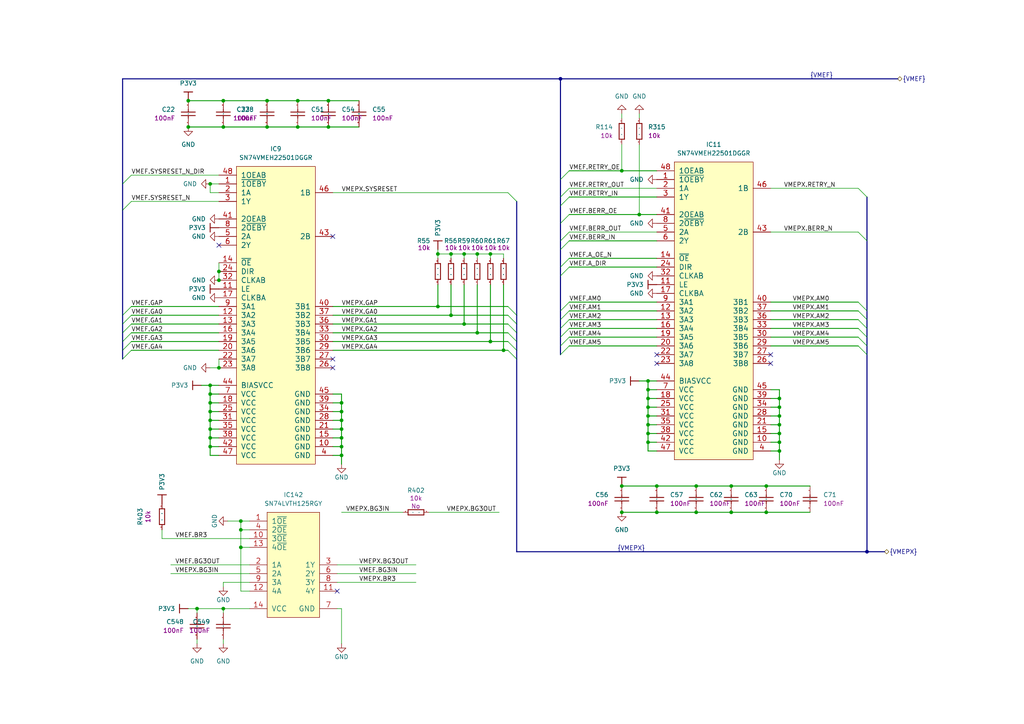
<source format=kicad_sch>
(kicad_sch (version 20250114) (generator "eeschema") (generator_version "9.0")
  (paper "A4")
  (title_block (title "VME buffers - auxillary signals (AM, BERR, RETRY)"))
  (bus_alias "F_HWBYTE" (members "F_HWBYTE.H1_[0..7]" "F_HWBYTE.H2_[0..7]" "F_HWBYTE.L1_[0..7]" "F_HWBYTE.L2_[0..7]" "F_HWBYTE.L1_OE_N" "F_HWBYTE.L2_OE_N" "F_HWBYTE.H1_OE_N" "F_HWBYTE.H2_OE_N"))
  (junction (at 138.43 96.52))
  (junction (at 226.06 123.19))
  (junction (at 162.56 22.86))
  (junction (at 99.06 129.54))
  (junction (at 187.96 115.57))
  (junction (at 222.25 148.59))
  (junction (at 226.06 125.73))
  (junction (at 69.85 158.75))
  (junction (at 187.96 110.49))
  (junction (at 201.93 148.59))
  (junction (at 142.24 99.06))
  (junction (at 187.96 128.27))
  (junction (at 134.62 73.66))
  (junction (at 99.06 116.84))
  (junction (at 95.25 29.21))
  (junction (at 226.06 115.57))
  (junction (at 201.93 140.97))
  (junction (at 60.96 119.38))
  (junction (at 180.34 49.53))
  (junction (at 69.85 151.13))
  (junction (at 187.96 118.11))
  (junction (at 212.09 140.97))
  (junction (at 60.96 111.76))
  (junction (at 99.06 127))
  (junction (at 99.06 132.08))
  (junction (at 251.46 160.02))
  (junction (at 180.34 148.59))
  (junction (at 60.96 124.46))
  (junction (at 77.47 29.21))
  (junction (at 180.34 140.97))
  (junction (at 64.77 176.53))
  (junction (at 127 88.9))
  (junction (at 226.06 120.65))
  (junction (at 86.36 36.83))
  (junction (at 187.96 120.65))
  (junction (at 99.06 119.38))
  (junction (at 60.96 116.84))
  (junction (at 190.5 148.59))
  (junction (at 57.15 176.53))
  (junction (at 130.81 73.66))
  (junction (at 95.25 36.83))
  (junction (at 226.06 118.11))
  (junction (at 60.96 114.3))
  (junction (at 99.06 121.92))
  (junction (at 187.96 113.03))
  (junction (at 60.96 53.34))
  (junction (at 187.96 123.19))
  (junction (at 185.42 62.23))
  (junction (at 60.96 129.54))
  (junction (at 212.09 148.59))
  (junction (at 222.25 140.97))
  (junction (at 77.47 36.83))
  (junction (at 99.06 124.46))
  (junction (at 64.77 29.21))
  (junction (at 63.5 81.28))
  (junction (at 60.96 121.92))
  (junction (at 69.85 153.67))
  (junction (at 130.81 91.44))
  (junction (at 86.36 29.21))
  (junction (at 226.06 130.81))
  (junction (at 63.5 106.68))
  (junction (at 54.61 29.21))
  (junction (at 63.5 78.74))
  (junction (at 226.06 128.27))
  (junction (at 138.43 73.66))
  (junction (at 60.96 127))
  (junction (at 134.62 93.98))
  (junction (at 187.96 125.73))
  (junction (at 146.05 101.6))
  (junction (at 64.77 36.83))
  (junction (at 54.61 36.83))
  (junction (at 142.24 73.66))
  (junction (at 190.5 140.97))
  (junction (at 127 73.66))
  (no_connect (at 190.5 102.87))
  (no_connect (at 223.52 105.41))
  (no_connect (at 96.52 104.14))
  (no_connect (at 96.52 106.68))
  (no_connect (at 97.79 171.45))
  (no_connect (at 223.52 102.87))
  (no_connect (at 63.5 71.12))
  (no_connect (at 96.52 68.58))
  (no_connect (at 190.5 105.41))
  (bus_entry (at 248.92 87.63) (size 2.54 2.54))
  (bus_entry (at 147.32 101.6) (size 2.54 2.54))
  (bus_entry (at 248.92 97.79) (size 2.54 2.54))
  (bus_entry (at 162.56 57.15) (size 2.54 -2.54))
  (bus_entry (at 248.92 67.31) (size 2.54 2.54))
  (bus_entry (at 147.32 55.88) (size 2.54 2.54))
  (bus_entry (at 248.92 95.25) (size 2.54 2.54))
  (bus_entry (at 162.56 97.79) (size 2.54 -2.54))
  (bus_entry (at 147.32 99.06) (size 2.54 2.54))
  (bus_entry (at 35.56 93.98) (size 2.54 -2.54))
  (bus_entry (at 162.56 77.47) (size 2.54 -2.54))
  (bus_entry (at 147.32 93.98) (size 2.54 2.54))
  (bus_entry (at 35.56 60.96) (size 2.54 -2.54))
  (bus_entry (at 147.32 88.9) (size 2.54 2.54))
  (bus_entry (at 35.56 53.34) (size 2.54 -2.54))
  (bus_entry (at 162.56 80.01) (size 2.54 -2.54))
  (bus_entry (at 147.32 91.44) (size 2.54 2.54))
  (bus_entry (at 35.56 99.06) (size 2.54 -2.54))
  (bus_entry (at 248.92 100.33) (size 2.54 2.54))
  (bus_entry (at 162.56 69.85) (size 2.54 -2.54))
  (bus_entry (at 162.56 95.25) (size 2.54 -2.54))
  (bus_entry (at 162.56 52.07) (size 2.54 -2.54))
  (bus_entry (at 162.56 64.77) (size 2.54 -2.54))
  (bus_entry (at 162.56 59.69) (size 2.54 -2.54))
  (bus_entry (at 35.56 104.14) (size 2.54 -2.54))
  (bus_entry (at 162.56 100.33) (size 2.54 -2.54))
  (bus_entry (at 248.92 54.61) (size 2.54 2.54))
  (bus_entry (at 162.56 102.87) (size 2.54 -2.54))
  (bus_entry (at 248.92 90.17) (size 2.54 2.54))
  (bus_entry (at 162.56 92.71) (size 2.54 -2.54))
  (bus_entry (at 35.56 91.44) (size 2.54 -2.54))
  (bus_entry (at 162.56 72.39) (size 2.54 -2.54))
  (bus_entry (at 35.56 96.52) (size 2.54 -2.54))
  (bus_entry (at 248.92 92.71) (size 2.54 2.54))
  (bus_entry (at 35.56 101.6) (size 2.54 -2.54))
  (bus_entry (at 147.32 96.52) (size 2.54 2.54))
  (bus_entry (at 162.56 90.17) (size 2.54 -2.54))
  (wire (pts (xy 130.81 73.66) (xy 134.62 73.66)))
  (wire (pts (xy 165.1 62.23) (xy 185.42 62.23)) (stroke (width 0.254)))
  (wire (pts (xy 38.1 101.6) (xy 63.5 101.6)) (stroke (width 0.254)))
  (wire (pts (xy 223.52 118.11) (xy 226.06 118.11)) (stroke (width 0.254)))
  (wire (pts (xy 138.43 96.52) (xy 147.32 96.52)) (stroke (width 0.254)))
  (bus (pts (xy 251.46 100.33) (xy 251.46 102.87)))
  (wire (pts (xy 138.43 73.66) (xy 138.43 74.93)))
  (wire (pts (xy 99.06 129.54) (xy 99.06 132.08)) (stroke (width 0.254)))
  (wire (pts (xy 99.06 114.3) (xy 99.06 116.84)) (stroke (width 0.254)))
  (bus (pts (xy 35.56 60.96) (xy 35.56 91.44)))
  (bus (pts (xy 162.56 52.07) (xy 162.56 22.86)))
  (wire (pts (xy 130.81 91.44) (xy 147.32 91.44)) (stroke (width 0.254)))
  (bus (pts (xy 162.56 59.69) (xy 162.56 57.15)))
  (wire (pts (xy 72.39 171.45) (xy 69.85 171.45)))
  (bus (pts (xy 162.56 22.86) (xy 260.35 22.86)))
  (wire (pts (xy 187.96 120.65) (xy 187.96 118.11)) (stroke (width 0.254)))
  (bus (pts (xy 251.46 95.25) (xy 251.46 97.79)))
  (wire (pts (xy 127 88.9) (xy 127 82.55)) (stroke (width 0.254)))
  (wire (pts (xy 64.77 185.42) (xy 64.77 186.69)))
  (wire (pts (xy 142.24 73.66) (xy 146.05 73.66)))
  (wire (pts (xy 180.34 148.59) (xy 190.5 148.59)) (stroke (width 0.254)))
  (wire (pts (xy 201.93 140.97) (xy 212.09 140.97)) (stroke (width 0.254)))
  (wire (pts (xy 49.53 163.83) (xy 72.39 163.83)))
  (wire (pts (xy 226.06 113.03) (xy 226.06 115.57)) (stroke (width 0.254)))
  (wire (pts (xy 134.62 73.66) (xy 134.62 74.93)))
  (wire (pts (xy 77.47 29.21) (xy 86.36 29.21)) (stroke (width 0.254)))
  (wire (pts (xy 99.06 119.38) (xy 99.06 121.92)) (stroke (width 0.254)))
  (bus (pts (xy 149.86 104.14) (xy 149.86 160.02)))
  (bus (pts (xy 251.46 57.15) (xy 251.46 69.85)))
  (wire (pts (xy 96.52 91.44) (xy 130.81 91.44)) (stroke (width 0.254)))
  (wire (pts (xy 60.96 114.3) (xy 60.96 111.76)) (stroke (width 0.254)))
  (wire (pts (xy 63.5 76.2) (xy 63.5 78.74)))
  (wire (pts (xy 69.85 158.75) (xy 69.85 171.45)))
  (wire (pts (xy 165.1 69.85) (xy 190.5 69.85)) (stroke (width 0.254)))
  (wire (pts (xy 222.25 140.97) (xy 234.95 140.97)) (stroke (width 0.254)))
  (wire (pts (xy 58.42 111.76) (xy 60.96 111.76)) (stroke (width 0.254)))
  (wire (pts (xy 190.5 118.11) (xy 187.96 118.11)) (stroke (width 0.254)))
  (bus (pts (xy 162.56 90.17) (xy 162.56 80.01)))
  (wire (pts (xy 63.5 121.92) (xy 60.96 121.92)) (stroke (width 0.254)))
  (bus (pts (xy 35.56 91.44) (xy 35.56 93.98)))
  (wire (pts (xy 130.81 73.66) (xy 130.81 74.93)))
  (wire (pts (xy 57.15 176.53) (xy 64.77 176.53)))
  (wire (pts (xy 60.96 127) (xy 60.96 124.46)) (stroke (width 0.254)))
  (wire (pts (xy 127 72.39) (xy 127 73.66)))
  (wire (pts (xy 165.1 67.31) (xy 190.5 67.31)))
  (wire (pts (xy 96.52 119.38) (xy 99.06 119.38)) (stroke (width 0.254)))
  (bus (pts (xy 149.86 93.98) (xy 149.86 96.52)))
  (bus (pts (xy 251.46 90.17) (xy 251.46 92.71)))
  (wire (pts (xy 146.05 73.66) (xy 146.05 74.93)))
  (bus (pts (xy 35.56 101.6) (xy 35.56 104.14)))
  (wire (pts (xy 226.06 123.19) (xy 226.06 125.73)) (stroke (width 0.254)))
  (wire (pts (xy 60.96 121.92) (xy 60.96 119.38)) (stroke (width 0.254)))
  (bus (pts (xy 149.86 96.52) (xy 149.86 99.06)))
  (wire (pts (xy 187.96 123.19) (xy 187.96 120.65)) (stroke (width 0.254)))
  (wire (pts (xy 96.52 132.08) (xy 99.06 132.08)) (stroke (width 0.254)))
  (wire (pts (xy 190.5 113.03) (xy 187.96 113.03)) (stroke (width 0.254)))
  (bus (pts (xy 162.56 64.77) (xy 162.56 69.85)))
  (wire (pts (xy 63.5 55.88) (xy 60.96 55.88)))
  (wire (pts (xy 187.96 110.49) (xy 190.5 110.49)) (stroke (width 0.254)))
  (wire (pts (xy 63.5 53.34) (xy 60.96 53.34)))
  (wire (pts (xy 97.79 176.53) (xy 99.06 176.53)))
  (bus (pts (xy 35.56 22.86) (xy 162.56 22.86)))
  (wire (pts (xy 187.96 128.27) (xy 187.96 125.73)) (stroke (width 0.254)))
  (wire (pts (xy 60.96 111.76) (xy 63.5 111.76)) (stroke (width 0.254)))
  (wire (pts (xy 165.1 74.93) (xy 190.5 74.93)) (stroke (width 0.254)))
  (wire (pts (xy 97.79 168.91) (xy 120.65 168.91)))
  (wire (pts (xy 223.52 128.27) (xy 226.06 128.27)) (stroke (width 0.254)))
  (wire (pts (xy 63.5 127) (xy 60.96 127)) (stroke (width 0.254)))
  (wire (pts (xy 138.43 96.52) (xy 138.43 82.55)) (stroke (width 0.254)))
  (wire (pts (xy 226.06 115.57) (xy 226.06 118.11)) (stroke (width 0.254)))
  (wire (pts (xy 130.81 82.55) (xy 130.81 91.44)) (stroke (width 0.254)))
  (wire (pts (xy 223.52 95.25) (xy 248.92 95.25)) (stroke (width 0.254)))
  (wire (pts (xy 60.96 106.68) (xy 63.5 106.68)))
  (wire (pts (xy 64.77 168.91) (xy 64.77 170.18)))
  (wire (pts (xy 124.46 148.59) (xy 144.78 148.59)))
  (wire (pts (xy 190.5 148.59) (xy 201.93 148.59)) (stroke (width 0.254)))
  (wire (pts (xy 165.1 49.53) (xy 180.34 49.53)) (stroke (width 0.254)))
  (wire (pts (xy 185.42 62.23) (xy 190.5 62.23)) (stroke (width 0.254)))
  (wire (pts (xy 64.77 176.53) (xy 64.77 177.8)))
  (bus (pts (xy 149.86 160.02) (xy 251.46 160.02)))
  (bus (pts (xy 251.46 92.71) (xy 251.46 95.25)))
  (bus (pts (xy 251.46 160.02) (xy 256.54 160.02)))
  (wire (pts (xy 72.39 158.75) (xy 69.85 158.75)))
  (wire (pts (xy 63.5 124.46) (xy 60.96 124.46)) (stroke (width 0.254)))
  (wire (pts (xy 96.52 55.88) (xy 147.32 55.88)))
  (wire (pts (xy 63.5 129.54) (xy 60.96 129.54)) (stroke (width 0.254)))
  (wire (pts (xy 165.1 57.15) (xy 190.5 57.15)) (stroke (width 0.254)))
  (wire (pts (xy 96.52 101.6) (xy 146.05 101.6)) (stroke (width 0.254)))
  (bus (pts (xy 251.46 97.79) (xy 251.46 100.33)))
  (wire (pts (xy 180.34 33.02) (xy 180.34 34.29)))
  (wire (pts (xy 187.96 125.73) (xy 187.96 123.19)) (stroke (width 0.254)))
  (wire (pts (xy 223.52 67.31) (xy 248.92 67.31)))
  (wire (pts (xy 64.77 36.83) (xy 77.47 36.83)) (stroke (width 0.254)))
  (wire (pts (xy 60.96 132.08) (xy 60.96 129.54)) (stroke (width 0.254)))
  (wire (pts (xy 63.5 114.3) (xy 60.96 114.3)) (stroke (width 0.254)))
  (wire (pts (xy 99.06 121.92) (xy 99.06 124.46)) (stroke (width 0.254)))
  (wire (pts (xy 187.96 113.03) (xy 187.96 110.49)) (stroke (width 0.254)))
  (bus (pts (xy 149.86 91.44) (xy 149.86 93.98)))
  (wire (pts (xy 226.06 120.65) (xy 226.06 123.19)) (stroke (width 0.254)))
  (wire (pts (xy 127 88.9) (xy 147.32 88.9)) (stroke (width 0.254)))
  (wire (pts (xy 165.1 100.33) (xy 190.5 100.33)) (stroke (width 0.254)))
  (wire (pts (xy 165.1 95.25) (xy 190.5 95.25)) (stroke (width 0.254)))
  (bus (pts (xy 162.56 97.79) (xy 162.56 95.25)))
  (wire (pts (xy 96.52 88.9) (xy 127 88.9)) (stroke (width 0.254)))
  (bus (pts (xy 149.86 99.06) (xy 149.86 101.6)))
  (wire (pts (xy 97.79 166.37) (xy 120.65 166.37)))
  (wire (pts (xy 96.52 114.3) (xy 99.06 114.3)) (stroke (width 0.254)))
  (wire (pts (xy 66.04 151.13) (xy 69.85 151.13)))
  (wire (pts (xy 222.25 148.59) (xy 234.95 148.59)) (stroke (width 0.254)))
  (wire (pts (xy 223.52 130.81) (xy 226.06 130.81)) (stroke (width 0.254)))
  (wire (pts (xy 185.42 41.91) (xy 185.42 62.23)))
  (wire (pts (xy 223.52 115.57) (xy 226.06 115.57)) (stroke (width 0.254)))
  (wire (pts (xy 72.39 168.91) (xy 64.77 168.91)))
  (wire (pts (xy 187.96 130.81) (xy 187.96 128.27)) (stroke (width 0.254)))
  (bus (pts (xy 162.56 92.71) (xy 162.56 90.17)))
  (bus (pts (xy 162.56 77.47) (xy 162.56 72.39)))
  (wire (pts (xy 96.52 129.54) (xy 99.06 129.54)) (stroke (width 0.254)))
  (wire (pts (xy 185.42 33.02) (xy 185.42 34.29)))
  (wire (pts (xy 180.34 41.91) (xy 180.34 49.53)))
  (wire (pts (xy 190.5 115.57) (xy 187.96 115.57)) (stroke (width 0.254)))
  (wire (pts (xy 190.5 130.81) (xy 187.96 130.81)) (stroke (width 0.254)))
  (wire (pts (xy 54.61 176.53) (xy 57.15 176.53)))
  (wire (pts (xy 190.5 125.73) (xy 187.96 125.73)) (stroke (width 0.254)))
  (wire (pts (xy 99.06 132.08) (xy 99.06 134.62)) (stroke (width 0.254)))
  (wire (pts (xy 60.96 129.54) (xy 60.96 127)) (stroke (width 0.254)))
  (bus (pts (xy 35.56 22.86) (xy 35.56 53.34)))
  (bus (pts (xy 149.86 58.42) (xy 149.86 91.44)))
  (wire (pts (xy 187.96 115.57) (xy 187.96 113.03)) (stroke (width 0.254)))
  (wire (pts (xy 190.5 140.97) (xy 201.93 140.97)) (stroke (width 0.254)))
  (wire (pts (xy 223.52 92.71) (xy 248.92 92.71)) (stroke (width 0.254)))
  (wire (pts (xy 38.1 93.98) (xy 63.5 93.98)) (stroke (width 0.254)))
  (wire (pts (xy 96.52 99.06) (xy 142.24 99.06)) (stroke (width 0.254)))
  (wire (pts (xy 57.15 176.53) (xy 57.15 177.8)))
  (bus (pts (xy 35.56 96.52) (xy 35.56 99.06)))
  (wire (pts (xy 64.77 29.21) (xy 77.47 29.21)) (stroke (width 0.254)))
  (wire (pts (xy 201.93 148.59) (xy 212.09 148.59)) (stroke (width 0.254)))
  (wire (pts (xy 134.62 73.66) (xy 138.43 73.66)))
  (bus (pts (xy 251.46 69.85) (xy 251.46 90.17)))
  (wire (pts (xy 127 73.66) (xy 130.81 73.66)))
  (bus (pts (xy 162.56 80.01) (xy 162.56 77.47)))
  (wire (pts (xy 46.99 156.21) (xy 72.39 156.21)))
  (wire (pts (xy 54.61 36.83) (xy 64.77 36.83)) (stroke (width 0.254)))
  (wire (pts (xy 185.42 110.49) (xy 187.96 110.49)) (stroke (width 0.254)))
  (wire (pts (xy 46.99 156.21) (xy 46.99 153.67)))
  (wire (pts (xy 96.52 121.92) (xy 99.06 121.92)) (stroke (width 0.254)))
  (wire (pts (xy 165.1 90.17) (xy 190.5 90.17)) (stroke (width 0.254)))
  (bus (pts (xy 149.86 101.6) (xy 149.86 104.14)))
  (wire (pts (xy 69.85 153.67) (xy 69.85 158.75)))
  (wire (pts (xy 190.5 128.27) (xy 187.96 128.27)) (stroke (width 0.254)))
  (wire (pts (xy 64.77 176.53) (xy 72.39 176.53)))
  (wire (pts (xy 63.5 104.14) (xy 63.5 106.68)))
  (wire (pts (xy 127 73.66) (xy 127 74.93)))
  (wire (pts (xy 142.24 99.06) (xy 142.24 82.55)) (stroke (width 0.254)))
  (wire (pts (xy 187.96 118.11) (xy 187.96 115.57)) (stroke (width 0.254)))
  (wire (pts (xy 223.52 125.73) (xy 226.06 125.73)) (stroke (width 0.254)))
  (wire (pts (xy 63.5 132.08) (xy 60.96 132.08)) (stroke (width 0.254)))
  (wire (pts (xy 99.06 148.59) (xy 116.84 148.59)))
  (wire (pts (xy 99.06 176.53) (xy 99.06 186.69)))
  (wire (pts (xy 69.85 153.67) (xy 72.39 153.67)))
  (wire (pts (xy 57.15 185.42) (xy 57.15 186.69)))
  (wire (pts (xy 165.1 77.47) (xy 190.5 77.47)) (stroke (width 0.254)))
  (wire (pts (xy 38.1 91.44) (xy 63.5 91.44)) (stroke (width 0.254)))
  (wire (pts (xy 38.1 88.9) (xy 63.5 88.9)) (stroke (width 0.254)))
  (wire (pts (xy 165.1 87.63) (xy 190.5 87.63)) (stroke (width 0.254)))
  (wire (pts (xy 60.96 116.84) (xy 60.96 114.3)) (stroke (width 0.254)))
  (bus (pts (xy 251.46 102.87) (xy 251.46 160.02)))
  (wire (pts (xy 96.52 116.84) (xy 99.06 116.84)) (stroke (width 0.254)))
  (wire (pts (xy 146.05 101.6) (xy 147.32 101.6)) (stroke (width 0.254)))
  (wire (pts (xy 223.52 120.65) (xy 226.06 120.65)) (stroke (width 0.254)))
  (wire (pts (xy 95.25 29.21) (xy 104.14 29.21)) (stroke (width 0.254)))
  (wire (pts (xy 96.52 96.52) (xy 138.43 96.52)) (stroke (width 0.254)))
  (wire (pts (xy 54.61 29.21) (xy 64.77 29.21)) (stroke (width 0.254)))
  (wire (pts (xy 223.52 100.33) (xy 248.92 100.33)) (stroke (width 0.254)))
  (bus (pts (xy 162.56 52.07) (xy 162.56 57.15)))
  (wire (pts (xy 142.24 99.06) (xy 147.32 99.06)) (stroke (width 0.254)))
  (bus (pts (xy 162.56 72.39) (xy 162.56 69.85)))
  (wire (pts (xy 77.47 36.83) (xy 86.36 36.83)) (stroke (width 0.254)))
  (bus (pts (xy 35.56 99.06) (xy 35.56 101.6)))
  (wire (pts (xy 223.52 113.03) (xy 226.06 113.03)) (stroke (width 0.254)))
  (wire (pts (xy 226.06 125.73) (xy 226.06 128.27)) (stroke (width 0.254)))
  (wire (pts (xy 86.36 29.21) (xy 95.25 29.21)) (stroke (width 0.254)))
  (wire (pts (xy 69.85 151.13) (xy 72.39 151.13)))
  (bus (pts (xy 162.56 102.87) (xy 162.56 100.33)))
  (bus (pts (xy 35.56 53.34) (xy 35.56 60.96)))
  (wire (pts (xy 226.06 130.81) (xy 226.06 133.35)) (stroke (width 0.254)))
  (wire (pts (xy 180.34 49.53) (xy 190.5 49.53)) (stroke (width 0.254)))
  (bus (pts (xy 162.56 95.25) (xy 162.56 92.71)))
  (wire (pts (xy 95.25 36.83) (xy 104.14 36.83)) (stroke (width 0.254)))
  (wire (pts (xy 63.5 78.74) (xy 63.5 81.28)))
  (wire (pts (xy 96.52 124.46) (xy 99.06 124.46)) (stroke (width 0.254)))
  (wire (pts (xy 38.1 50.8) (xy 63.5 50.8)))
  (wire (pts (xy 86.36 36.83) (xy 95.25 36.83)) (stroke (width 0.254)))
  (wire (pts (xy 223.52 54.61) (xy 248.92 54.61)))
  (wire (pts (xy 96.52 127) (xy 99.06 127)) (stroke (width 0.254)))
  (wire (pts (xy 223.52 87.63) (xy 248.92 87.63)) (stroke (width 0.254)))
  (wire (pts (xy 60.96 124.46) (xy 60.96 121.92)) (stroke (width 0.254)))
  (wire (pts (xy 38.1 99.06) (xy 63.5 99.06)) (stroke (width 0.254)))
  (wire (pts (xy 146.05 101.6) (xy 146.05 82.55)) (stroke (width 0.254)))
  (bus (pts (xy 35.56 93.98) (xy 35.56 96.52)))
  (wire (pts (xy 99.06 116.84) (xy 99.06 119.38)) (stroke (width 0.254)))
  (wire (pts (xy 49.53 166.37) (xy 72.39 166.37)))
  (wire (pts (xy 226.06 118.11) (xy 226.06 120.65)) (stroke (width 0.254)))
  (wire (pts (xy 38.1 96.52) (xy 63.5 96.52)) (stroke (width 0.254)))
  (wire (pts (xy 138.43 73.66) (xy 142.24 73.66)))
  (wire (pts (xy 96.52 93.98) (xy 134.62 93.98)) (stroke (width 0.254)))
  (wire (pts (xy 69.85 151.13) (xy 69.85 153.67)))
  (bus (pts (xy 162.56 64.77) (xy 162.56 59.69)))
  (wire (pts (xy 223.52 97.79) (xy 248.92 97.79)) (stroke (width 0.254)))
  (wire (pts (xy 99.06 127) (xy 99.06 129.54)) (stroke (width 0.254)))
  (wire (pts (xy 165.1 92.71) (xy 190.5 92.71)) (stroke (width 0.254)))
  (wire (pts (xy 38.1 58.42) (xy 63.5 58.42)))
  (wire (pts (xy 60.96 119.38) (xy 60.96 116.84)) (stroke (width 0.254)))
  (wire (pts (xy 142.24 73.66) (xy 142.24 74.93)))
  (wire (pts (xy 165.1 54.61) (xy 190.5 54.61)))
  (wire (pts (xy 99.06 124.46) (xy 99.06 127)) (stroke (width 0.254)))
  (wire (pts (xy 97.79 163.83) (xy 120.65 163.83)))
  (wire (pts (xy 165.1 97.79) (xy 190.5 97.79)) (stroke (width 0.254)))
  (wire (pts (xy 180.34 140.97) (xy 190.5 140.97)) (stroke (width 0.254)))
  (wire (pts (xy 223.52 123.19) (xy 226.06 123.19)) (stroke (width 0.254)))
  (wire (pts (xy 190.5 123.19) (xy 187.96 123.19)) (stroke (width 0.254)))
  (wire (pts (xy 190.5 120.65) (xy 187.96 120.65)) (stroke (width 0.254)))
  (wire (pts (xy 134.62 93.98) (xy 134.62 82.55)) (stroke (width 0.254)))
  (wire (pts (xy 226.06 128.27) (xy 226.06 130.81)) (stroke (width 0.254)))
  (wire (pts (xy 212.09 140.97) (xy 222.25 140.97)) (stroke (width 0.254)))
  (wire (pts (xy 212.09 148.59) (xy 222.25 148.59)) (stroke (width 0.254)))
  (wire (pts (xy 60.96 53.34) (xy 60.96 55.88)))
  (wire (pts (xy 223.52 90.17) (xy 248.92 90.17)) (stroke (width 0.254)))
  (wire (pts (xy 63.5 119.38) (xy 60.96 119.38)) (stroke (width 0.254)))
  (wire (pts (xy 63.5 116.84) (xy 60.96 116.84)) (stroke (width 0.254)))
  (bus (pts (xy 162.56 100.33) (xy 162.56 97.79)))
  (wire (pts (xy 134.62 93.98) (xy 147.32 93.98)) (stroke (width 0.254)))
  (label "VMEF.A_OE_N" (at 165.1 74.93 0))
  (label "VMEF.AM0" (at 165.1 87.63 0))
  (label "{VMEPX}" (at 179.07 160.02 0))
  (label "VMEF.GA3" (at 38.1 99.06 0))
  (label "VMEF.GA1" (at 38.1 93.98 0))
  (label "VMEF.GAP" (at 38.1 88.9 0))
  (label "VMEPX.GA0" (at 99.06 91.44 0))
  (label "VMEPX.GA4" (at 99.06 101.6 0))
  (label "VMEPX.AM3" (at 229.87 95.25 0))
  (label "VMEF.GA4" (at 38.1 101.6 0))
  (label "VMEPX.AM5" (at 229.87 100.33 0))
  (label "{VMEF}" (at 234.95 22.86 0))
  (label "VMEF.BG3IN" (at 104.14 166.37 0))
  (label "VMEPX.RETRY_N" (at 227.33 54.61 0))
  (label "VMEPX.SYSRESET" (at 99.06 55.88 0))
  (label "VMEPX.GA2" (at 99.06 96.52 0))
  (label "VMEPX.AM2" (at 229.87 92.71 0))
  (label "VMEF.SYSRESET_N" (at 38.1 58.42 0))
  (label "VMEF.AM2" (at 165.1 92.71 0))
  (label "VMEPX.BG3OUT" (at 129.54 148.59 0))
  (label "VMEPX.AM1" (at 229.87 90.17 0))
  (label "VMEF.BR3" (at 50.8 156.21 0))
  (label "VMEF.BERR_OE" (at 165.1 62.23 0))
  (label "VMEF.AM4" (at 165.1 97.79 0))
  (label "VMEPX.GA1" (at 99.06 93.98 0))
  (label "VMEPX.BERR_N" (at 227.33 67.31 0))
  (label "VMEPX.AM0" (at 229.87 87.63 0))
  (label "VMEPX.GA3" (at 99.06 99.06 0))
  (label "VMEPX.BG3IN" (at 50.8 166.37 0))
  (label "VMEPX.BR3" (at 104.14 168.91 0))
  (label "VMEF.GA2" (at 38.1 96.52 0))
  (label "VMEPX.GAP" (at 99.06 88.9 0))
  (label "VMEF.BERR_OUT" (at 165.1 67.31 0))
  (label "VMEF.GA0" (at 38.1 91.44 0))
  (label "VMEF.AM1" (at 165.1 90.17 0))
  (label "VMEPX.BG3OUT" (at 104.14 163.83 0))
  (label "VMEF.A_DIR" (at 165.1 77.47 0))
  (label "VMEF.AM5" (at 165.1 100.33 0))
  (label "VMEF.BERR_IN" (at 165.1 69.85 0))
  (label "VMEF.RETRY_OUT" (at 165.1 54.61 0))
  (label "VMEF.RETRY_OE" (at 165.1 49.53 0))
  (label "VMEF.RETRY_IN" (at 165.1 57.15 0))
  (label "VMEF.SYSRESET_N_DIR" (at 38.1 50.8 0))
  (label "VMEPX.BG3IN" (at 100.33 148.59 0))
  (label "VMEPX.AM4" (at 229.87 97.79 0))
  (label "VMEF.BG3OUT" (at 50.8 163.83 0))
  (label "VMEF.AM3" (at 165.1 95.25 0))
  (hierarchical_label "{VMEPX}" (shape bidirectional) (at 256.54 160.02 0))
  (hierarchical_label "{VMEF}" (shape bidirectional) (at 260.35 22.86 0))
  (symbol (lib_id "power:GND") (at 60.96 106.68 270) (unit 1)
    (property "Reference" "#PWR055" (effects (hide yes)))
    (property "Value" "GND" (at 57.15 106.68 90) (effects (justify right)))
    (instances (project "dupa" (path "" (reference "#PWR?") (unit 1))) (project "vme-wren" (path "" (reference "#PWR055") (unit 1))))
  )
  (symbol (lib_id "vme-wren:P3V3") (at 190.5 82.55 270) (unit 1)
    (property "Reference" "#PWR061" (effects (hide yes)))
    (property "Value" "P3V3" (at 186.69 82.55 90) (effects (justify right)))
    (instances (project "dupa" (path "" (reference "#PWR?") (unit 1))) (project "vme-wren" (path "" (reference "#PWR061") (unit 1))))
  )
  (symbol (lib_id "power:GND") (at 66.04 151.13 270) (unit 1)
    (property "Reference" "#PWR01257" (effects (hide yes)))
    (property "Value" "GND" (at 62.23 151.13 0))
  )
  (symbol (lib_id "power:GND") (at 64.77 170.18 0) (unit 1)
    (property "Reference" "#PWR01263" (effects (hide yes)))
    (property "Value" "GND" (at 64.77 173.99 0))
  )
  (symbol (lib_id "power:GND") (at 63.5 68.58 270) (unit 1)
    (property "Reference" "#PWR083" (effects (hide yes)))
    (property "Value" "GND" (at 59.69 68.58 90) (effects (justify right)))
    (instances (project "dupa" (path "" (reference "#PWR?") (unit 1))) (project "vme-wren" (path "" (reference "#PWR083") (unit 1))))
  )
  (symbol (lib_id "power:GND") (at 54.61 36.83 0) (unit 1)
    (property "Reference" "#PWR042" (effects (hide yes)))
    (property "Value" "GND" (at 54.61 41.91 0))
    (instances (project "dupa" (path "" (reference "#PWR?") (unit 1))) (project "vme-wren" (path "" (reference "#PWR042") (unit 1))))
  )
  (symbol (lib_id "power:GND") (at 63.5 81.28 270) (unit 1)
    (property "Reference" "#PWR048" (effects (hide yes)))
    (property "Value" "GND" (at 59.69 81.28 90) (effects (justify right)))
    (instances (project "dupa" (path "" (reference "#PWR?") (unit 1))) (project "vme-wren" (path "" (reference "#PWR048") (unit 1))))
  )
  (symbol (lib_id "Resistors SMD:R0402_10K_1%_0.0625W_100PPM") (at 180.34 41.91 90) (unit 1)
    (property "Reference" "R114" (at 177.8 36.8299 90) (effects (justify left)))
    (property "Value" "R0402_10K_1%_0.0625W_100PPM" (effects (hide yes)))
    (property "Footprint" "Resistors SMD:RESC1005X40N" (effects (hide yes)))
    (property "Description" "±1%" (effects (hide yes)))
    (property "Val" "10k" (at 177.8 39.3699 90) (effects (justify left)))
    (property "Part Number" "R0402_10K_1%_0.0625W_100PPM" (effects (hide yes)))
    (property "Library Ref" "Resistor - 1%" (effects (hide yes)))
    (property "Library Path" "SchLib\\Resistors.SchLib" (effects (hide yes)))
    (property "Comment" "10k" (effects (hide yes)))
    (property "Component Kind" "Standard" (effects (hide yes)))
    (property "Component Type" "Standard" (effects (hide yes)))
    (property "PackageDescription" " " (effects (hide yes)))
    (property "Pin Count" "2" (effects (hide yes)))
    (property "Footprint Path" "PcbLib\\Resistors SMD.PcbLib" (effects (hide yes)))
    (property "Footprint Ref" "RESC1005X40N" (effects (hide yes)))
    (property "Status" "Not Recommended" (effects (hide yes)))
    (property "Power" "0.0625W" (effects (hide yes)))
    (property "Voltage" " " (effects (hide yes)))
    (property "Tolerance" "±1%" (effects (hide yes)))
    (property "Part Description" "General Purpose Thick Film Chip Resistor" (effects (hide yes)))
    (property "Manufacturer" "GENERIC" (effects (hide yes)))
    (property "Manufacturer Part Number" "R0402_10K_1%_0.0625W_100PPM" (effects (hide yes)))
    (property "Case" "0402" (effects (hide yes)))
    (property "PressFit" "No" (effects (hide yes)))
    (property "Mounted" "Yes" (effects (hide yes)))
    (property "Sense Comment" " " (effects (hide yes)))
    (property "Sense" "No" (effects (hide yes)))
    (property "Status Comment" " " (effects (hide yes)))
    (property "Socket" "No" (effects (hide yes)))
    (property "SMD" "Yes" (effects (hide yes)))
    (property "ComponentHeight" " " (effects (hide yes)))
    (property "Manufacturer1 Example" "YAGEO PHYCOMP" (effects (hide yes)))
    (property "Manufacturer1 Part Number" "232270671003L" (effects (hide yes)))
    (property "Manufacturer1 ComponentHeight" "0.4mm" (effects (hide yes)))
    (property "Author" "CERN DEM JLC" (effects (hide yes)))
    (property "CreateDate" "12/03/07 00:00:00" (effects (hide yes)))
    (property "LatestRevisionDate" "10/17/12 00:00:00" (effects (hide yes)))
    (property "Database Table Name" "Resistors" (effects (hide yes)))
    (property "Library Name" "Resistors SMD" (effects (hide yes)))
    (property "Footprint Library" "Resistors SMD" (effects (hide yes)))
    (property "License" "CC-BY-SA 4.0" (effects (hide yes)))
  )
  (symbol (lib_id "vme-wren:P3V3") (at 58.42 111.76 270) (unit 1)
    (property "Reference" "#PWR047" (effects (hide yes)))
    (property "Value" "P3V3" (at 54.61 111.76 90) (effects (justify right)))
    (instances (project "dupa" (path "" (reference "#PWR?") (unit 1))) (project "vme-wren" (path "" (reference "#PWR047") (unit 1))))
  )
  (symbol (lib_id "power:GND") (at 190.5 64.77 270) (unit 1)
    (property "Reference" "#PWR01265" (effects (hide yes)))
    (property "Value" "GND" (at 186.69 64.7699 90) (effects (justify right)))
  )
  (symbol (lib_id "Capacitors SMD:CC0402_100NF_16V_10%_X7R") (at 104.14 29.21 270) (unit 1)
    (property "Reference" "C55" (at 107.95 31.7499 90) (effects (justify left)))
    (property "Value" "CC0402_100NF_16V_10%_X7R" (effects (hide yes)))
    (property "Footprint" "Capacitors SMD:CAPC1005X55N" (effects (hide yes)))
    (property "Description" "100nF" (at 107.95 34.2899 90) (effects (justify left)))
    (property "SMD" "Yes" (effects (hide yes)))
    (property "Part Number" "CC0402_100NF_16V_10%_X7R" (effects (hide yes)))
    (property "Library Ref" "Capacitor - non polarized" (effects (hide yes)))
    (property "Library Path" "SchLib\\Capacitors.SchLib" (effects (hide yes)))
    (property "Comment" "100nF" (effects (hide yes)))
    (property "Component Kind" "Standard" (effects (hide yes)))
    (property "Component Type" "Standard" (effects (hide yes)))
    (property "Pin Count" "2" (effects (hide yes)))
    (property "Footprint Path" "PcbLib\\Capacitors SMD.PcbLib" (effects (hide yes)))
    (property "Footprint Ref" "CAPC1005X55N" (effects (hide yes)))
    (property "PackageDescription" " " (effects (hide yes)))
    (property "Status" "Not Recommended" (effects (hide yes)))
    (property "Status Comment" " " (effects (hide yes)))
    (property "Voltage" "16V" (effects (hide yes)))
    (property "Tolerance" "±10%" (effects (hide yes)))
    (property "Part Description" "SMD Multilayer Chip Ceramic Capacitor" (effects (hide yes)))
    (property "Manufacturer" "GENERIC" (effects (hide yes)))
    (property "Manufacturer Part Number" "CC0402_100NF_16V_10%_X7R" (effects (hide yes)))
    (property "Case" "0402" (effects (hide yes)))
    (property "Mounted" "Yes" (effects (hide yes)))
    (property "Socket" "No" (effects (hide yes)))
    (property "PressFit" " " (effects (hide yes)))
    (property "Sense" "No" (effects (hide yes)))
    (property "Sense Comment" " " (effects (hide yes)))
    (property "ComponentHeight" " " (effects (hide yes)))
    (property "Manufacturer1 Example" "MURATA" (effects (hide yes)))
    (property "Manufacturer1 Part Number" "GRM155R71C104KA88D" (effects (hide yes)))
    (property "Manufacturer1 ComponentHeight" "0.55mm" (effects (hide yes)))
    (property "Author" "CERN DEM JLC" (effects (hide yes)))
    (property "CreateDate" "12/05/13 00:00:00" (effects (hide yes)))
    (property "LatestRevisionDate" "12/03/07 00:00:00" (effects (hide yes)))
    (property "Database Table Name" "Capacitors" (effects (hide yes)))
    (property "Library Name" "Capacitors SMD" (effects (hide yes)))
    (property "Footprint Library" "Capacitors SMD" (effects (hide yes)))
    (property "License" "CC-BY-SA 4.0" (effects (hide yes)))
  )
  (symbol (lib_id "Capacitors SMD:CC0402_100NF_16V_10%_X7R") (at 57.15 177.8 270) (unit 1)
    (property "Reference" "C548" (at 53.34 180.3399 90) (effects (justify right)))
    (property "Value" "CC0402_100NF_16V_10%_X7R" (effects (hide yes)))
    (property "Footprint" "Capacitors SMD:CAPC1005X55N" (effects (hide yes)))
    (property "Description" "100nF" (at 53.34 182.8799 90) (effects (justify right)))
    (property "SMD" "Yes" (effects (hide yes)))
    (property "Part Number" "CC0402_100NF_16V_10%_X7R" (effects (hide yes)))
    (property "Library Ref" "Capacitor - non polarized" (effects (hide yes)))
    (property "Library Path" "SchLib\\Capacitors.SchLib" (effects (hide yes)))
    (property "Comment" "100nF" (effects (hide yes)))
    (property "Component Kind" "Standard" (effects (hide yes)))
    (property "Component Type" "Standard" (effects (hide yes)))
    (property "Pin Count" "2" (effects (hide yes)))
    (property "Footprint Path" "PcbLib\\Capacitors SMD.PcbLib" (effects (hide yes)))
    (property "Footprint Ref" "CAPC1005X55N" (effects (hide yes)))
    (property "PackageDescription" " " (effects (hide yes)))
    (property "Status" "Not Recommended" (effects (hide yes)))
    (property "Status Comment" " " (effects (hide yes)))
    (property "Voltage" "16V" (effects (hide yes)))
    (property "Tolerance" "±10%" (effects (hide yes)))
    (property "Part Description" "SMD Multilayer Chip Ceramic Capacitor" (effects (hide yes)))
    (property "Manufacturer" "GENERIC" (effects (hide yes)))
    (property "Manufacturer Part Number" "CC0402_100NF_16V_10%_X7R" (effects (hide yes)))
    (property "Case" "0402" (effects (hide yes)))
    (property "Mounted" "Yes" (effects (hide yes)))
    (property "Socket" "No" (effects (hide yes)))
    (property "PressFit" " " (effects (hide yes)))
    (property "Sense" "No" (effects (hide yes)))
    (property "Sense Comment" " " (effects (hide yes)))
    (property "ComponentHeight" " " (effects (hide yes)))
    (property "Manufacturer1 Example" "MURATA" (effects (hide yes)))
    (property "Manufacturer1 Part Number" "GRM155R71C104KA88D" (effects (hide yes)))
    (property "Manufacturer1 ComponentHeight" "0.55mm" (effects (hide yes)))
    (property "Author" "CERN DEM JLC" (effects (hide yes)))
    (property "CreateDate" "12/05/13 00:00:00" (effects (hide yes)))
    (property "LatestRevisionDate" "12/03/07 00:00:00" (effects (hide yes)))
    (property "Database Table Name" "Capacitors" (effects (hide yes)))
    (property "Library Name" "Capacitors SMD" (effects (hide yes)))
    (property "Footprint Library" "Capacitors SMD" (effects (hide yes)))
    (property "License" "CC-BY-SA 4.0" (effects (hide yes)))
  )
  (symbol (lib_id "power:GND") (at 190.5 80.01 270) (unit 1)
    (property "Reference" "#PWR060" (effects (hide yes)))
    (property "Value" "GND" (at 186.69 80.01 90) (effects (justify right)))
    (instances (project "dupa" (path "" (reference "#PWR?") (unit 1))) (project "vme-wren" (path "" (reference "#PWR060") (unit 1))))
  )
  (symbol (lib_id "Capacitors SMD:CC0402_100NF_16V_10%_X7R") (at 77.47 29.21 270) (unit 1)
    (property "Reference" "C50" (at 73.66 31.7499 90) (effects (justify right)))
    (property "Value" "CC0402_100NF_16V_10%_X7R" (effects (hide yes)))
    (property "Footprint" "Capacitors SMD:CAPC1005X55N" (effects (hide yes)))
    (property "Description" "100nF" (at 73.66 34.2899 90) (effects (justify right)))
    (property "SMD" "Yes" (effects (hide yes)))
    (property "Part Number" "CC0402_100NF_16V_10%_X7R" (effects (hide yes)))
    (property "Library Ref" "Capacitor - non polarized" (effects (hide yes)))
    (property "Library Path" "SchLib\\Capacitors.SchLib" (effects (hide yes)))
    (property "Comment" "100nF" (effects (hide yes)))
    (property "Component Kind" "Standard" (effects (hide yes)))
    (property "Component Type" "Standard" (effects (hide yes)))
    (property "Pin Count" "2" (effects (hide yes)))
    (property "Footprint Path" "PcbLib\\Capacitors SMD.PcbLib" (effects (hide yes)))
    (property "Footprint Ref" "CAPC1005X55N" (effects (hide yes)))
    (property "PackageDescription" " " (effects (hide yes)))
    (property "Status" "Not Recommended" (effects (hide yes)))
    (property "Status Comment" " " (effects (hide yes)))
    (property "Voltage" "16V" (effects (hide yes)))
    (property "Tolerance" "±10%" (effects (hide yes)))
    (property "Part Description" "SMD Multilayer Chip Ceramic Capacitor" (effects (hide yes)))
    (property "Manufacturer" "GENERIC" (effects (hide yes)))
    (property "Manufacturer Part Number" "CC0402_100NF_16V_10%_X7R" (effects (hide yes)))
    (property "Case" "0402" (effects (hide yes)))
    (property "Mounted" "Yes" (effects (hide yes)))
    (property "Socket" "No" (effects (hide yes)))
    (property "PressFit" " " (effects (hide yes)))
    (property "Sense" "No" (effects (hide yes)))
    (property "Sense Comment" " " (effects (hide yes)))
    (property "ComponentHeight" " " (effects (hide yes)))
    (property "Manufacturer1 Example" "MURATA" (effects (hide yes)))
    (property "Manufacturer1 Part Number" "GRM155R71C104KA88D" (effects (hide yes)))
    (property "Manufacturer1 ComponentHeight" "0.55mm" (effects (hide yes)))
    (property "Author" "CERN DEM JLC" (effects (hide yes)))
    (property "CreateDate" "12/05/13 00:00:00" (effects (hide yes)))
    (property "LatestRevisionDate" "12/03/07 00:00:00" (effects (hide yes)))
    (property "Database Table Name" "Capacitors" (effects (hide yes)))
    (property "Library Name" "Capacitors SMD" (effects (hide yes)))
    (property "Footprint Library" "Capacitors SMD" (effects (hide yes)))
    (property "License" "CC-BY-SA 4.0" (effects (hide yes)))
    (instances (project "dupa" (path "" (reference "C328") (unit 1))) (project "vme-wren" (path "" (reference "C50") (unit 1))))
  )
  (symbol (lib_id "power:GND") (at 180.34 148.59 0) (unit 1)
    (property "Reference" "#PWR057" (effects (hide yes)))
    (property "Value" "GND" (at 180.34 153.67 0))
    (instances (project "dupa" (path "" (reference "#PWR?") (unit 1))) (project "vme-wren" (path "" (reference "#PWR057") (unit 1))))
  )
  (symbol (lib_id "vme-wren:P3V3") (at 180.34 140.97 180) (unit 1)
    (property "Reference" "#PWR056" (effects (hide yes)))
    (property "Value" "P3V3" (at 180.34 135.89 0))
    (instances (project "dupa" (path "" (reference "#PWR?") (unit 1))) (project "vme-wren" (path "" (reference "#PWR056") (unit 1))))
  )
  (symbol (lib_id "Capacitors SMD:CC0402_100NF_16V_10%_X7R") (at 64.77 36.83 90) (unit 1)
    (property "Reference" "C23" (at 68.58 31.7499 90) (effects (justify right)))
    (property "Value" "CC0402_100NF_16V_10%_X7R" (effects (hide yes)))
    (property "Footprint" "Capacitors SMD:CAPC1005X55N" (effects (hide yes)))
    (property "Description" "100nF" (at 68.58 34.2899 90) (effects (justify right)))
    (property "SMD" "Yes" (effects (hide yes)))
    (property "Part Number" "CC0402_100NF_16V_10%_X7R" (effects (hide yes)))
    (property "Library Ref" "Capacitor - non polarized" (effects (hide yes)))
    (property "Library Path" "SchLib\\Capacitors.SchLib" (effects (hide yes)))
    (property "Comment" "100nF" (effects (hide yes)))
    (property "Component Kind" "Standard" (effects (hide yes)))
    (property "Component Type" "Standard" (effects (hide yes)))
    (property "Pin Count" "2" (effects (hide yes)))
    (property "Footprint Path" "PcbLib\\Capacitors SMD.PcbLib" (effects (hide yes)))
    (property "Footprint Ref" "CAPC1005X55N" (effects (hide yes)))
    (property "PackageDescription" " " (effects (hide yes)))
    (property "Status" "Not Recommended" (effects (hide yes)))
    (property "Status Comment" " " (effects (hide yes)))
    (property "Voltage" "16V" (effects (hide yes)))
    (property "Tolerance" "±10%" (effects (hide yes)))
    (property "Part Description" "SMD Multilayer Chip Ceramic Capacitor" (effects (hide yes)))
    (property "Manufacturer" "GENERIC" (effects (hide yes)))
    (property "Manufacturer Part Number" "CC0402_100NF_16V_10%_X7R" (effects (hide yes)))
    (property "Case" "0402" (effects (hide yes)))
    (property "Mounted" "Yes" (effects (hide yes)))
    (property "Socket" "No" (effects (hide yes)))
    (property "PressFit" " " (effects (hide yes)))
    (property "Sense" "No" (effects (hide yes)))
    (property "Sense Comment" " " (effects (hide yes)))
    (property "ComponentHeight" " " (effects (hide yes)))
    (property "Manufacturer1 Example" "MURATA" (effects (hide yes)))
    (property "Manufacturer1 Part Number" "GRM155R71C104KA88D" (effects (hide yes)))
    (property "Manufacturer1 ComponentHeight" "0.55mm" (effects (hide yes)))
    (property "Author" "CERN DEM JLC" (effects (hide yes)))
    (property "CreateDate" "12/05/13 00:00:00" (effects (hide yes)))
    (property "LatestRevisionDate" "12/03/07 00:00:00" (effects (hide yes)))
    (property "Database Table Name" "Capacitors" (effects (hide yes)))
    (property "Library Name" "Capacitors SMD" (effects (hide yes)))
    (property "Footprint Library" "Capacitors SMD" (effects (hide yes)))
    (property "License" "CC-BY-SA 4.0" (effects (hide yes)))
  )
  (symbol (lib_id "vme-wren:P3V3") (at 185.42 110.49 270) (unit 1)
    (property "Reference" "#PWR058" (effects (hide yes)))
    (property "Value" "P3V3" (at 181.61 110.49 90) (effects (justify right)))
    (instances (project "dupa" (path "" (reference "#PWR?") (unit 1))) (project "vme-wren" (path "" (reference "#PWR058") (unit 1))))
  )
  (symbol (lib_id "vme-wren:P3V3") (at 46.99 146.05 180) (unit 1)
    (property "Reference" "#PWR01261" (effects (hide yes)))
    (property "Value" "P3V3" (at 46.99 142.24 90) (effects (justify right)))
  )
  (symbol (lib_id "Resistors SMD:R0402_10K_1%_0.0625W_100PPM") (at 46.99 146.05 270) (unit 1)
    (property "Reference" "R403" (at 40.64 149.86 0))
    (property "Value" "R0402_10K_1%_0.0625W_100PPM" (effects (hide yes)))
    (property "Footprint" "Resistors SMD:RESC1005X40N" (effects (hide yes)))
    (property "Description" "±1%" (effects (hide yes)))
    (property "Val" "10k" (at 42.926 149.86 0))
    (property "Part Number" "R0402_10K_1%_0.0625W_100PPM" (effects (hide yes)))
    (property "Library Ref" "Resistor - 1%" (effects (hide yes)))
    (property "Library Path" "SchLib\\Resistors.SchLib" (effects (hide yes)))
    (property "Comment" "10k" (effects (hide yes)))
    (property "Component Kind" "Standard" (effects (hide yes)))
    (property "Component Type" "Standard" (effects (hide yes)))
    (property "PackageDescription" " " (effects (hide yes)))
    (property "Pin Count" "2" (effects (hide yes)))
    (property "Footprint Path" "PcbLib\\Resistors SMD.PcbLib" (effects (hide yes)))
    (property "Footprint Ref" "RESC1005X40N" (effects (hide yes)))
    (property "Status" "Not Recommended" (effects (hide yes)))
    (property "Power" "0.0625W" (effects (hide yes)))
    (property "Voltage" " " (effects (hide yes)))
    (property "Tolerance" "±1%" (effects (hide yes)))
    (property "Part Description" "General Purpose Thick Film Chip Resistor" (effects (hide yes)))
    (property "Manufacturer" "GENERIC" (effects (hide yes)))
    (property "Manufacturer Part Number" "R0402_10K_1%_0.0625W_100PPM" (effects (hide yes)))
    (property "Case" "0402" (effects (hide yes)))
    (property "PressFit" "No" (effects (hide yes)))
    (property "Mounted" "Yes" (effects (hide yes)))
    (property "Sense Comment" " " (effects (hide yes)))
    (property "Sense" "No" (effects (hide yes)))
    (property "Status Comment" " " (effects (hide yes)))
    (property "Socket" "No" (effects (hide yes)))
    (property "SMD" "Yes" (effects (hide yes)))
    (property "ComponentHeight" " " (effects (hide yes)))
    (property "Manufacturer1 Example" "YAGEO PHYCOMP" (effects (hide yes)))
    (property "Manufacturer1 Part Number" "232270671003L" (effects (hide yes)))
    (property "Manufacturer1 ComponentHeight" "0.4mm" (effects (hide yes)))
    (property "Author" "CERN DEM JLC" (effects (hide yes)))
    (property "CreateDate" "12/03/07 00:00:00" (effects (hide yes)))
    (property "LatestRevisionDate" "10/17/12 00:00:00" (effects (hide yes)))
    (property "Database Table Name" "Resistors" (effects (hide yes)))
    (property "Library Name" "Resistors SMD" (effects (hide yes)))
    (property "Footprint Library" "Resistors SMD" (effects (hide yes)))
    (property "License" "CC-BY-SA 4.0" (effects (hide yes)))
  )
  (symbol (lib_id "Resistors SMD:R0402_10K_1%_0.0625W_100PPM") (at 134.62 82.55 90) (unit 1)
    (property "Reference" "R59" (at 132.588 69.85 90) (effects (justify right)))
    (property "Value" "R0402_10K_1%_0.0625W_100PPM" (effects (hide yes)))
    (property "Footprint" "Resistors SMD:RESC1005X40N" (effects (hide yes)))
    (property "Description" "±1%" (effects (hide yes)))
    (property "Val" "10k" (at 132.842 71.882 90) (effects (justify right)))
    (property "Part Number" "R0402_10K_1%_0.0625W_100PPM" (effects (hide yes)))
    (property "Library Ref" "Resistor - 1%" (effects (hide yes)))
    (property "Library Path" "SchLib\\Resistors.SchLib" (effects (hide yes)))
    (property "Comment" "10k" (effects (hide yes)))
    (property "Component Kind" "Standard" (effects (hide yes)))
    (property "Component Type" "Standard" (effects (hide yes)))
    (property "PackageDescription" " " (effects (hide yes)))
    (property "Pin Count" "2" (effects (hide yes)))
    (property "Footprint Path" "PcbLib\\Resistors SMD.PcbLib" (effects (hide yes)))
    (property "Footprint Ref" "RESC1005X40N" (effects (hide yes)))
    (property "Status" "Not Recommended" (effects (hide yes)))
    (property "Power" "0.0625W" (effects (hide yes)))
    (property "Voltage" " " (effects (hide yes)))
    (property "Tolerance" "±1%" (effects (hide yes)))
    (property "Part Description" "General Purpose Thick Film Chip Resistor" (effects (hide yes)))
    (property "Manufacturer" "GENERIC" (effects (hide yes)))
    (property "Manufacturer Part Number" "R0402_10K_1%_0.0625W_100PPM" (effects (hide yes)))
    (property "Case" "0402" (effects (hide yes)))
    (property "PressFit" "No" (effects (hide yes)))
    (property "Mounted" "Yes" (effects (hide yes)))
    (property "Sense Comment" " " (effects (hide yes)))
    (property "Sense" "No" (effects (hide yes)))
    (property "Status Comment" " " (effects (hide yes)))
    (property "Socket" "No" (effects (hide yes)))
    (property "SMD" "Yes" (effects (hide yes)))
    (property "ComponentHeight" " " (effects (hide yes)))
    (property "Manufacturer1 Example" "YAGEO PHYCOMP" (effects (hide yes)))
    (property "Manufacturer1 Part Number" "232270671003L" (effects (hide yes)))
    (property "Manufacturer1 ComponentHeight" "0.4mm" (effects (hide yes)))
    (property "Author" "CERN DEM JLC" (effects (hide yes)))
    (property "CreateDate" "12/03/07 00:00:00" (effects (hide yes)))
    (property "LatestRevisionDate" "10/17/12 00:00:00" (effects (hide yes)))
    (property "Database Table Name" "Resistors" (effects (hide yes)))
    (property "Library Name" "Resistors SMD" (effects (hide yes)))
    (property "Footprint Library" "Resistors SMD" (effects (hide yes)))
    (property "License" "CC-BY-SA 4.0" (effects (hide yes)))
  )
  (symbol (lib_id "vme-wren:P3V3") (at 54.61 176.53 270) (unit 1)
    (property "Reference" "#PWR01258" (effects (hide yes)))
    (property "Value" "P3V3" (at 50.8 176.53 90) (effects (justify right)))
  )
  (symbol (lib_id "Capacitors SMD:CC0402_100NF_16V_10%_X7R") (at 95.25 36.83 90) (unit 1)
    (property "Reference" "C54" (at 99.06 31.7499 90) (effects (justify right)))
    (property "Value" "CC0402_100NF_16V_10%_X7R" (effects (hide yes)))
    (property "Footprint" "Capacitors SMD:CAPC1005X55N" (effects (hide yes)))
    (property "Description" "100nF" (at 99.06 34.2899 90) (effects (justify right)))
    (property "SMD" "Yes" (effects (hide yes)))
    (property "Part Number" "CC0402_100NF_16V_10%_X7R" (effects (hide yes)))
    (property "Library Ref" "Capacitor - non polarized" (effects (hide yes)))
    (property "Library Path" "SchLib\\Capacitors.SchLib" (effects (hide yes)))
    (property "Comment" "100nF" (effects (hide yes)))
    (property "Component Kind" "Standard" (effects (hide yes)))
    (property "Component Type" "Standard" (effects (hide yes)))
    (property "Pin Count" "2" (effects (hide yes)))
    (property "Footprint Path" "PcbLib\\Capacitors SMD.PcbLib" (effects (hide yes)))
    (property "Footprint Ref" "CAPC1005X55N" (effects (hide yes)))
    (property "PackageDescription" " " (effects (hide yes)))
    (property "Status" "Not Recommended" (effects (hide yes)))
    (property "Status Comment" " " (effects (hide yes)))
    (property "Voltage" "16V" (effects (hide yes)))
    (property "Tolerance" "±10%" (effects (hide yes)))
    (property "Part Description" "SMD Multilayer Chip Ceramic Capacitor" (effects (hide yes)))
    (property "Manufacturer" "GENERIC" (effects (hide yes)))
    (property "Manufacturer Part Number" "CC0402_100NF_16V_10%_X7R" (effects (hide yes)))
    (property "Case" "0402" (effects (hide yes)))
    (property "Mounted" "Yes" (effects (hide yes)))
    (property "Socket" "No" (effects (hide yes)))
    (property "PressFit" " " (effects (hide yes)))
    (property "Sense" "No" (effects (hide yes)))
    (property "Sense Comment" " " (effects (hide yes)))
    (property "ComponentHeight" " " (effects (hide yes)))
    (property "Manufacturer1 Example" "MURATA" (effects (hide yes)))
    (property "Manufacturer1 Part Number" "GRM155R71C104KA88D" (effects (hide yes)))
    (property "Manufacturer1 ComponentHeight" "0.55mm" (effects (hide yes)))
    (property "Author" "CERN DEM JLC" (effects (hide yes)))
    (property "CreateDate" "12/05/13 00:00:00" (effects (hide yes)))
    (property "LatestRevisionDate" "12/03/07 00:00:00" (effects (hide yes)))
    (property "Database Table Name" "Capacitors" (effects (hide yes)))
    (property "Library Name" "Capacitors SMD" (effects (hide yes)))
    (property "Footprint Library" "Capacitors SMD" (effects (hide yes)))
    (property "License" "CC-BY-SA 4.0" (effects (hide yes)))
  )
  (symbol (lib_id "power:GND") (at 60.96 53.34 270) (unit 1)
    (property "Reference" "#PWR01264" (effects (hide yes)))
    (property "Value" "GND" (at 57.15 53.34 90) (effects (justify right)))
  )
  (symbol (lib_id "Capacitors SMD:CC0402_100NF_16V_10%_X7R") (at 222.25 148.59 270) (mirror x) (unit 1)
    (property "Reference" "C70" (at 226.06 143.5099 90) (effects (justify left)))
    (property "Value" "CC0402_100NF_16V_10%_X7R" (effects (hide yes)))
    (property "Footprint" "Capacitors SMD:CAPC1005X55N" (effects (hide yes)))
    (property "Description" "100nF" (at 226.06 146.0499 90) (effects (justify left)))
    (property "SMD" "Yes" (effects (hide yes)))
    (property "Part Number" "CC0402_100NF_16V_10%_X7R" (effects (hide yes)))
    (property "Library Ref" "Capacitor - non polarized" (effects (hide yes)))
    (property "Library Path" "SchLib\\Capacitors.SchLib" (effects (hide yes)))
    (property "Comment" "100nF" (effects (hide yes)))
    (property "Component Kind" "Standard" (effects (hide yes)))
    (property "Component Type" "Standard" (effects (hide yes)))
    (property "Pin Count" "2" (effects (hide yes)))
    (property "Footprint Path" "PcbLib\\Capacitors SMD.PcbLib" (effects (hide yes)))
    (property "Footprint Ref" "CAPC1005X55N" (effects (hide yes)))
    (property "PackageDescription" " " (effects (hide yes)))
    (property "Status" "Not Recommended" (effects (hide yes)))
    (property "Status Comment" " " (effects (hide yes)))
    (property "Voltage" "16V" (effects (hide yes)))
    (property "Tolerance" "±10%" (effects (hide yes)))
    (property "Part Description" "SMD Multilayer Chip Ceramic Capacitor" (effects (hide yes)))
    (property "Manufacturer" "GENERIC" (effects (hide yes)))
    (property "Manufacturer Part Number" "CC0402_100NF_16V_10%_X7R" (effects (hide yes)))
    (property "Case" "0402" (effects (hide yes)))
    (property "Mounted" "Yes" (effects (hide yes)))
    (property "Socket" "No" (effects (hide yes)))
    (property "PressFit" " " (effects (hide yes)))
    (property "Sense" "No" (effects (hide yes)))
    (property "Sense Comment" " " (effects (hide yes)))
    (property "ComponentHeight" " " (effects (hide yes)))
    (property "Manufacturer1 Example" "MURATA" (effects (hide yes)))
    (property "Manufacturer1 Part Number" "GRM155R71C104KA88D" (effects (hide yes)))
    (property "Manufacturer1 ComponentHeight" "0.55mm" (effects (hide yes)))
    (property "Author" "CERN DEM JLC" (effects (hide yes)))
    (property "CreateDate" "12/05/13 00:00:00" (effects (hide yes)))
    (property "LatestRevisionDate" "12/03/07 00:00:00" (effects (hide yes)))
    (property "Database Table Name" "Capacitors" (effects (hide yes)))
    (property "Library Name" "Capacitors SMD" (effects (hide yes)))
    (property "Footprint Library" "Capacitors SMD" (effects (hide yes)))
    (property "License" "CC-BY-SA 4.0" (effects (hide yes)))
  )
  (symbol (lib_id "power:GND") (at 63.5 63.5 270) (unit 1)
    (property "Reference" "#PWR080" (effects (hide yes)))
    (property "Value" "GND" (at 59.69 63.5 90) (effects (justify right)))
    (instances (project "dupa" (path "" (reference "#PWR?") (unit 1))) (project "vme-wren" (path "" (reference "#PWR080") (unit 1))))
  )
  (symbol (lib_id "power:GND") (at 185.42 33.02 180) (unit 1)
    (property "Reference" "#PWR066" (effects (hide yes)))
    (property "Value" "GND" (at 185.42 27.94 0))
  )
  (symbol (lib_id "Capacitors SMD:CC0402_100NF_16V_10%_X7R") (at 201.93 140.97 90) (mirror x) (unit 1)
    (property "Reference" "C62" (at 205.74 143.5099 90) (effects (justify right)))
    (property "Value" "CC0402_100NF_16V_10%_X7R" (effects (hide yes)))
    (property "Footprint" "Capacitors SMD:CAPC1005X55N" (effects (hide yes)))
    (property "Description" "100nF" (at 205.74 146.0499 90) (effects (justify right)))
    (property "SMD" "Yes" (effects (hide yes)))
    (property "Part Number" "CC0402_100NF_16V_10%_X7R" (effects (hide yes)))
    (property "Library Ref" "Capacitor - non polarized" (effects (hide yes)))
    (property "Library Path" "SchLib\\Capacitors.SchLib" (effects (hide yes)))
    (property "Comment" "100nF" (effects (hide yes)))
    (property "Component Kind" "Standard" (effects (hide yes)))
    (property "Component Type" "Standard" (effects (hide yes)))
    (property "Pin Count" "2" (effects (hide yes)))
    (property "Footprint Path" "PcbLib\\Capacitors SMD.PcbLib" (effects (hide yes)))
    (property "Footprint Ref" "CAPC1005X55N" (effects (hide yes)))
    (property "PackageDescription" " " (effects (hide yes)))
    (property "Status" "Not Recommended" (effects (hide yes)))
    (property "Status Comment" " " (effects (hide yes)))
    (property "Voltage" "16V" (effects (hide yes)))
    (property "Tolerance" "±10%" (effects (hide yes)))
    (property "Part Description" "SMD Multilayer Chip Ceramic Capacitor" (effects (hide yes)))
    (property "Manufacturer" "GENERIC" (effects (hide yes)))
    (property "Manufacturer Part Number" "CC0402_100NF_16V_10%_X7R" (effects (hide yes)))
    (property "Case" "0402" (effects (hide yes)))
    (property "Mounted" "Yes" (effects (hide yes)))
    (property "Socket" "No" (effects (hide yes)))
    (property "PressFit" " " (effects (hide yes)))
    (property "Sense" "No" (effects (hide yes)))
    (property "Sense Comment" " " (effects (hide yes)))
    (property "ComponentHeight" " " (effects (hide yes)))
    (property "Manufacturer1 Example" "MURATA" (effects (hide yes)))
    (property "Manufacturer1 Part Number" "GRM155R71C104KA88D" (effects (hide yes)))
    (property "Manufacturer1 ComponentHeight" "0.55mm" (effects (hide yes)))
    (property "Author" "CERN DEM JLC" (effects (hide yes)))
    (property "CreateDate" "12/05/13 00:00:00" (effects (hide yes)))
    (property "LatestRevisionDate" "12/03/07 00:00:00" (effects (hide yes)))
    (property "Database Table Name" "Capacitors" (effects (hide yes)))
    (property "Library Name" "Capacitors SMD" (effects (hide yes)))
    (property "Footprint Library" "Capacitors SMD" (effects (hide yes)))
    (property "License" "CC-BY-SA 4.0" (effects (hide yes)))
  )
  (symbol (lib_id "vme-wren:P3V3") (at 54.61 29.21 180) (unit 1)
    (property "Reference" "#PWR030" (effects (hide yes)))
    (property "Value" "P3V3" (at 54.61 24.13 0))
    (instances (project "dupa" (path "" (reference "#PWR?") (unit 1))) (project "vme-wren" (path "" (reference "#PWR030") (unit 1))))
  )
  (symbol (lib_id "Capacitors SMD:CC0402_100NF_16V_10%_X7R") (at 180.34 148.59 270) (mirror x) (unit 1)
    (property "Reference" "C56" (at 176.53 143.5099 90) (effects (justify right)))
    (property "Value" "CC0402_100NF_16V_10%_X7R" (effects (hide yes)))
    (property "Footprint" "Capacitors SMD:CAPC1005X55N" (effects (hide yes)))
    (property "Description" "100nF" (at 176.53 146.0499 90) (effects (justify right)))
    (property "SMD" "Yes" (effects (hide yes)))
    (property "Part Number" "CC0402_100NF_16V_10%_X7R" (effects (hide yes)))
    (property "Library Ref" "Capacitor - non polarized" (effects (hide yes)))
    (property "Library Path" "SchLib\\Capacitors.SchLib" (effects (hide yes)))
    (property "Comment" "100nF" (effects (hide yes)))
    (property "Component Kind" "Standard" (effects (hide yes)))
    (property "Component Type" "Standard" (effects (hide yes)))
    (property "Pin Count" "2" (effects (hide yes)))
    (property "Footprint Path" "PcbLib\\Capacitors SMD.PcbLib" (effects (hide yes)))
    (property "Footprint Ref" "CAPC1005X55N" (effects (hide yes)))
    (property "PackageDescription" " " (effects (hide yes)))
    (property "Status" "Not Recommended" (effects (hide yes)))
    (property "Status Comment" " " (effects (hide yes)))
    (property "Voltage" "16V" (effects (hide yes)))
    (property "Tolerance" "±10%" (effects (hide yes)))
    (property "Part Description" "SMD Multilayer Chip Ceramic Capacitor" (effects (hide yes)))
    (property "Manufacturer" "GENERIC" (effects (hide yes)))
    (property "Manufacturer Part Number" "CC0402_100NF_16V_10%_X7R" (effects (hide yes)))
    (property "Case" "0402" (effects (hide yes)))
    (property "Mounted" "Yes" (effects (hide yes)))
    (property "Socket" "No" (effects (hide yes)))
    (property "PressFit" " " (effects (hide yes)))
    (property "Sense" "No" (effects (hide yes)))
    (property "Sense Comment" " " (effects (hide yes)))
    (property "ComponentHeight" " " (effects (hide yes)))
    (property "Manufacturer1 Example" "MURATA" (effects (hide yes)))
    (property "Manufacturer1 Part Number" "GRM155R71C104KA88D" (effects (hide yes)))
    (property "Manufacturer1 ComponentHeight" "0.55mm" (effects (hide yes)))
    (property "Author" "CERN DEM JLC" (effects (hide yes)))
    (property "CreateDate" "12/05/13 00:00:00" (effects (hide yes)))
    (property "LatestRevisionDate" "12/03/07 00:00:00" (effects (hide yes)))
    (property "Database Table Name" "Capacitors" (effects (hide yes)))
    (property "Library Name" "Capacitors SMD" (effects (hide yes)))
    (property "Footprint Library" "Capacitors SMD" (effects (hide yes)))
    (property "License" "CC-BY-SA 4.0" (effects (hide yes)))
  )
  (symbol (lib_id "power:GND") (at 64.77 186.69 0) (unit 1)
    (property "Reference" "#PWR01260" (effects (hide yes)))
    (property "Value" "GND" (at 64.77 191.77 0))
  )
  (symbol (lib_id "Standard Logic:SN74LVTH125RGY") (at 77.47 148.59 0) (unit 1)
    (property "Reference" "IC142" (at 85.09 143.51 0))
    (property "Value" "SN74LVTH125RGY" (at 85.09 146.05 0))
    (property "Footprint" "ICs And Semiconductors SMD:TEXAS_RGY (S-PVQFN-N14)" (effects (hide yes)))
    (property "Description" "SN74LVTH125RGY" (effects (hide yes)))
    (property "Library Ref" "74125" (effects (hide yes)))
    (property "Library Path" "SchLib\\Standard Logic.SchLib" (effects (hide yes)))
    (property "Comment" "SN74LVTH125RGY" (effects (hide yes)))
    (property "Component Kind" "Standard" (effects (hide yes)))
    (property "Component Type" "Standard" (effects (hide yes)))
    (property "Device" "SN74LVTH125RGY" (effects (hide yes)))
    (property "PackageDescription" "TEXAS Case Style RGY (S-PVQFN-N14), QFN, 0.50mm Pitch, Rect.; 14 Pin, 3.50mm L X 3.50mm W X 1mm H body (w/Thermal Tab 2.15 X 2.15mm)" (effects (hide yes)))
    (property "Status" " " (effects (hide yes)))
    (property "Part Description" "3.3V ABT Quadruple Bus Buffer with 3-State Outputs" (effects (hide yes)))
    (property "Manufacturer" "TEXAS INSTRUMENTS" (effects (hide yes)))
    (property "Manufacturer Part Number" "SN74LVTH125RGY" (effects (hide yes)))
    (property "Pin Count" "15" (effects (hide yes)))
    (property "Case" "QFN14" (effects (hide yes)))
    (property "Mounted" "Yes" (effects (hide yes)))
    (property "Socket" "No" (effects (hide yes)))
    (property "SMD" "Yes" (effects (hide yes)))
    (property "PressFit" "No" (effects (hide yes)))
    (property "Sense" "No" (effects (hide yes)))
    (property "Sense Comment" " " (effects (hide yes)))
    (property "Bonding" "No" (effects (hide yes)))
    (property "Status Comment" " " (effects (hide yes)))
    (property "ComponentHeight" "1mm" (effects (hide yes)))
    (property "Footprint Path" "PcbLib\\ICs And Semiconductors SMD.PcbLib" (effects (hide yes)))
    (property "Footprint Ref" "TEXAS_RGY (S-PVQFN-N14)" (effects (hide yes)))
    (property "Author" "CERN DEM BC" (effects (hide yes)))
    (property "ComponentLink1URL" " " (effects (hide yes)))
    (property "ComponentLink1Description" " " (effects (hide yes)))
    (property "ComponentLink2URL" " " (effects (hide yes)))
    (property "ComponentLink2Description" " " (effects (hide yes)))
    (property "CreateDate" "04/22/20 00:00:00" (effects (hide yes)))
    (property "LatestRevisionDate" "04/22/20 00:00:00" (effects (hide yes)))
    (property "SCEM" " " (effects (hide yes)))
    (property "Database Table Name" "ICs And Semiconductors" (effects (hide yes)))
    (property "Library Name" "Standard Logic" (effects (hide yes)))
    (property "Footprint Library" "ICs And Semiconductors SMD" (effects (hide yes)))
    (property "License" "CC-BY-SA 4.0" (effects (hide yes)))
  )
  (symbol (lib_id "power:GND") (at 190.5 85.09 270) (unit 1)
    (property "Reference" "#PWR062" (effects (hide yes)))
    (property "Value" "GND" (at 186.69 85.09 90) (effects (justify right)))
    (instances (project "dupa" (path "" (reference "#PWR?") (unit 1))) (project "vme-wren" (path "" (reference "#PWR062") (unit 1))))
  )
  (symbol (lib_id "Capacitors SMD:CC0402_100NF_16V_10%_X7R") (at 234.95 140.97 90) (mirror x) (unit 1)
    (property "Reference" "C71" (at 238.76 143.5099 90) (effects (justify right)))
    (property "Value" "CC0402_100NF_16V_10%_X7R" (effects (hide yes)))
    (property "Footprint" "Capacitors SMD:CAPC1005X55N" (effects (hide yes)))
    (property "Description" "100nF" (at 238.76 146.0499 90) (effects (justify right)))
    (property "SMD" "Yes" (effects (hide yes)))
    (property "Part Number" "CC0402_100NF_16V_10%_X7R" (effects (hide yes)))
    (property "Library Ref" "Capacitor - non polarized" (effects (hide yes)))
    (property "Library Path" "SchLib\\Capacitors.SchLib" (effects (hide yes)))
    (property "Comment" "100nF" (effects (hide yes)))
    (property "Component Kind" "Standard" (effects (hide yes)))
    (property "Component Type" "Standard" (effects (hide yes)))
    (property "Pin Count" "2" (effects (hide yes)))
    (property "Footprint Path" "PcbLib\\Capacitors SMD.PcbLib" (effects (hide yes)))
    (property "Footprint Ref" "CAPC1005X55N" (effects (hide yes)))
    (property "PackageDescription" " " (effects (hide yes)))
    (property "Status" "Not Recommended" (effects (hide yes)))
    (property "Status Comment" " " (effects (hide yes)))
    (property "Voltage" "16V" (effects (hide yes)))
    (property "Tolerance" "±10%" (effects (hide yes)))
    (property "Part Description" "SMD Multilayer Chip Ceramic Capacitor" (effects (hide yes)))
    (property "Manufacturer" "GENERIC" (effects (hide yes)))
    (property "Manufacturer Part Number" "CC0402_100NF_16V_10%_X7R" (effects (hide yes)))
    (property "Case" "0402" (effects (hide yes)))
    (property "Mounted" "Yes" (effects (hide yes)))
    (property "Socket" "No" (effects (hide yes)))
    (property "PressFit" " " (effects (hide yes)))
    (property "Sense" "No" (effects (hide yes)))
    (property "Sense Comment" " " (effects (hide yes)))
    (property "ComponentHeight" " " (effects (hide yes)))
    (property "Manufacturer1 Example" "MURATA" (effects (hide yes)))
    (property "Manufacturer1 Part Number" "GRM155R71C104KA88D" (effects (hide yes)))
    (property "Manufacturer1 ComponentHeight" "0.55mm" (effects (hide yes)))
    (property "Author" "CERN DEM JLC" (effects (hide yes)))
    (property "CreateDate" "12/05/13 00:00:00" (effects (hide yes)))
    (property "LatestRevisionDate" "12/03/07 00:00:00" (effects (hide yes)))
    (property "Database Table Name" "Capacitors" (effects (hide yes)))
    (property "Library Name" "Capacitors SMD" (effects (hide yes)))
    (property "Footprint Library" "Capacitors SMD" (effects (hide yes)))
    (property "License" "CC-BY-SA 4.0" (effects (hide yes)))
  )
  (symbol (lib_id "Standard Logic:SN74VMEH22501DGGR") (at 68.58 48.26 0) (unit 1)
    (property "Reference" "IC9" (at 80.01 43.18 0))
    (property "Value" "SN74VMEH22501DGGR" (at 80.01 45.72 0))
    (property "Footprint" "ICs And Semiconductors SMD:SOP50P810X120-48N" (effects (hide yes)))
    (property "Description" "SN74VMEH22501DGGR" (effects (hide yes)))
    (property "Library Ref" "74VMEH22501" (effects (hide yes)))
    (property "Library Path" "SchLib\\Standard Logic.SchLib" (effects (hide yes)))
    (property "Comment" "SN74VMEH22501DGGR" (effects (hide yes)))
    (property "Component Kind" "Standard" (effects (hide yes)))
    (property "Component Type" "Standard" (effects (hide yes)))
    (property "Device" "SN74VMEH22501DGGR" (effects (hide yes)))
    (property "PackageDescription" "SOP, 48-Leads, Body 12.6x6.2mm (max), Pitch 0.50mm, IPC Medium Density" (effects (hide yes)))
    (property "Status" " " (effects (hide yes)))
    (property "Part Description" "8-Bit Universal Bus Transceiver and Two 1-Bit Bus Transceivers with 3-State Outputs" (effects (hide yes)))
    (property "Manufacturer" "TEXAS INSTRUMENTS" (effects (hide yes)))
    (property "Manufacturer Part Number" "SN74VMEH22501DGGR" (effects (hide yes)))
    (property "Pin Count" "48" (effects (hide yes)))
    (property "Case" "TSSOP48" (effects (hide yes)))
    (property "Mounted" "Yes" (effects (hide yes)))
    (property "Socket" "No" (effects (hide yes)))
    (property "SMD" "Yes" (effects (hide yes)))
    (property "PressFit" "No" (effects (hide yes)))
    (property "Sense" "No" (effects (hide yes)))
    (property "Sense Comment" " " (effects (hide yes)))
    (property "Bonding" "No" (effects (hide yes)))
    (property "Status Comment" " " (effects (hide yes)))
    (property "ComponentHeight" "1.2mm" (effects (hide yes)))
    (property "Footprint Path" "PcbLib\\ICs And Semiconductors SMD.PcbLib" (effects (hide yes)))
    (property "Footprint Ref" "SOP50P810X120-48N" (effects (hide yes)))
    (property "Author" "CERN DEM JLC" (effects (hide yes)))
    (property "ComponentLink1URL" " " (effects (hide yes)))
    (property "ComponentLink1Description" " " (effects (hide yes)))
    (property "ComponentLink2URL" " " (effects (hide yes)))
    (property "ComponentLink2Description" " " (effects (hide yes)))
    (property "CreateDate" "10/27/09 00:00:00" (effects (hide yes)))
    (property "LatestRevisionDate" "10/27/09 00:00:00" (effects (hide yes)))
    (property "SCEM" " " (effects (hide yes)))
    (property "Database Table Name" "ICs And Semiconductors" (effects (hide yes)))
    (property "Library Name" "Standard Logic" (effects (hide yes)))
    (property "Footprint Library" "ICs And Semiconductors SMD" (effects (hide yes)))
    (property "License" "CC-BY-SA 4.0" (effects (hide yes)))
  )
  (symbol (lib_id "vme-wren:P3V3") (at 63.5 66.04 270) (unit 1)
    (property "Reference" "#PWR082" (effects (hide yes)))
    (property "Value" "P3V3" (at 59.69 66.04 90) (effects (justify right)))
    (instances (project "dupa" (path "" (reference "#PWR?") (unit 1))) (project "vme-wren" (path "" (reference "#PWR082") (unit 1))))
  )
  (symbol (lib_id "Capacitors SMD:CC0402_100NF_16V_10%_X7R") (at 86.36 29.21 270) (unit 1)
    (property "Reference" "C51" (at 90.17 31.7499 90) (effects (justify left)))
    (property "Value" "CC0402_100NF_16V_10%_X7R" (effects (hide yes)))
    (property "Footprint" "Capacitors SMD:CAPC1005X55N" (effects (hide yes)))
    (property "Description" "100nF" (at 90.17 34.2899 90) (effects (justify left)))
    (property "SMD" "Yes" (effects (hide yes)))
    (property "Part Number" "CC0402_100NF_16V_10%_X7R" (effects (hide yes)))
    (property "Library Ref" "Capacitor - non polarized" (effects (hide yes)))
    (property "Library Path" "SchLib\\Capacitors.SchLib" (effects (hide yes)))
    (property "Comment" "100nF" (effects (hide yes)))
    (property "Component Kind" "Standard" (effects (hide yes)))
    (property "Component Type" "Standard" (effects (hide yes)))
    (property "Pin Count" "2" (effects (hide yes)))
    (property "Footprint Path" "PcbLib\\Capacitors SMD.PcbLib" (effects (hide yes)))
    (property "Footprint Ref" "CAPC1005X55N" (effects (hide yes)))
    (property "PackageDescription" " " (effects (hide yes)))
    (property "Status" "Not Recommended" (effects (hide yes)))
    (property "Status Comment" " " (effects (hide yes)))
    (property "Voltage" "16V" (effects (hide yes)))
    (property "Tolerance" "±10%" (effects (hide yes)))
    (property "Part Description" "SMD Multilayer Chip Ceramic Capacitor" (effects (hide yes)))
    (property "Manufacturer" "GENERIC" (effects (hide yes)))
    (property "Manufacturer Part Number" "CC0402_100NF_16V_10%_X7R" (effects (hide yes)))
    (property "Case" "0402" (effects (hide yes)))
    (property "Mounted" "Yes" (effects (hide yes)))
    (property "Socket" "No" (effects (hide yes)))
    (property "PressFit" " " (effects (hide yes)))
    (property "Sense" "No" (effects (hide yes)))
    (property "Sense Comment" " " (effects (hide yes)))
    (property "ComponentHeight" " " (effects (hide yes)))
    (property "Manufacturer1 Example" "MURATA" (effects (hide yes)))
    (property "Manufacturer1 Part Number" "GRM155R71C104KA88D" (effects (hide yes)))
    (property "Manufacturer1 ComponentHeight" "0.55mm" (effects (hide yes)))
    (property "Author" "CERN DEM JLC" (effects (hide yes)))
    (property "CreateDate" "12/05/13 00:00:00" (effects (hide yes)))
    (property "LatestRevisionDate" "12/03/07 00:00:00" (effects (hide yes)))
    (property "Database Table Name" "Capacitors" (effects (hide yes)))
    (property "Library Name" "Capacitors SMD" (effects (hide yes)))
    (property "Footprint Library" "Capacitors SMD" (effects (hide yes)))
    (property "License" "CC-BY-SA 4.0" (effects (hide yes)))
  )
  (symbol (lib_id "power:GND") (at 180.34 33.02 180) (unit 1)
    (property "Reference" "#PWR065" (effects (hide yes)))
    (property "Value" "GND" (at 180.34 27.94 0))
  )
  (symbol (lib_id "Resistors SMD:R0402_10K_1%_0.0625W_100PPM") (at 142.24 82.55 90) (unit 1)
    (property "Reference" "R61" (at 140.208 69.85 90) (effects (justify right)))
    (property "Value" "R0402_10K_1%_0.0625W_100PPM" (effects (hide yes)))
    (property "Footprint" "Resistors SMD:RESC1005X40N" (effects (hide yes)))
    (property "Description" "±1%" (effects (hide yes)))
    (property "Val" "10k" (at 140.462 71.882 90) (effects (justify right)))
    (property "Part Number" "R0402_10K_1%_0.0625W_100PPM" (effects (hide yes)))
    (property "Library Ref" "Resistor - 1%" (effects (hide yes)))
    (property "Library Path" "SchLib\\Resistors.SchLib" (effects (hide yes)))
    (property "Comment" "10k" (effects (hide yes)))
    (property "Component Kind" "Standard" (effects (hide yes)))
    (property "Component Type" "Standard" (effects (hide yes)))
    (property "PackageDescription" " " (effects (hide yes)))
    (property "Pin Count" "2" (effects (hide yes)))
    (property "Footprint Path" "PcbLib\\Resistors SMD.PcbLib" (effects (hide yes)))
    (property "Footprint Ref" "RESC1005X40N" (effects (hide yes)))
    (property "Status" "Not Recommended" (effects (hide yes)))
    (property "Power" "0.0625W" (effects (hide yes)))
    (property "Voltage" " " (effects (hide yes)))
    (property "Tolerance" "±1%" (effects (hide yes)))
    (property "Part Description" "General Purpose Thick Film Chip Resistor" (effects (hide yes)))
    (property "Manufacturer" "GENERIC" (effects (hide yes)))
    (property "Manufacturer Part Number" "R0402_10K_1%_0.0625W_100PPM" (effects (hide yes)))
    (property "Case" "0402" (effects (hide yes)))
    (property "PressFit" "No" (effects (hide yes)))
    (property "Mounted" "Yes" (effects (hide yes)))
    (property "Sense Comment" " " (effects (hide yes)))
    (property "Sense" "No" (effects (hide yes)))
    (property "Status Comment" " " (effects (hide yes)))
    (property "Socket" "No" (effects (hide yes)))
    (property "SMD" "Yes" (effects (hide yes)))
    (property "ComponentHeight" " " (effects (hide yes)))
    (property "Manufacturer1 Example" "YAGEO PHYCOMP" (effects (hide yes)))
    (property "Manufacturer1 Part Number" "232270671003L" (effects (hide yes)))
    (property "Manufacturer1 ComponentHeight" "0.4mm" (effects (hide yes)))
    (property "Author" "CERN DEM JLC" (effects (hide yes)))
    (property "CreateDate" "12/03/07 00:00:00" (effects (hide yes)))
    (property "LatestRevisionDate" "10/17/12 00:00:00" (effects (hide yes)))
    (property "Database Table Name" "Resistors" (effects (hide yes)))
    (property "Library Name" "Resistors SMD" (effects (hide yes)))
    (property "Footprint Library" "Resistors SMD" (effects (hide yes)))
    (property "License" "CC-BY-SA 4.0" (effects (hide yes)))
  )
  (symbol (lib_id "Resistors SMD:R0402_10K_1%_0.0625W_100PPM") (at 185.42 41.91 90) (unit 1)
    (property "Reference" "R315" (at 187.96 36.8299 90) (effects (justify right)))
    (property "Value" "R0402_10K_1%_0.0625W_100PPM" (effects (hide yes)))
    (property "Footprint" "Resistors SMD:RESC1005X40N" (effects (hide yes)))
    (property "Description" "±1%" (effects (hide yes)))
    (property "Val" "10k" (at 187.96 39.3699 90) (effects (justify right)))
    (property "Part Number" "R0402_10K_1%_0.0625W_100PPM" (effects (hide yes)))
    (property "Library Ref" "Resistor - 1%" (effects (hide yes)))
    (property "Library Path" "SchLib\\Resistors.SchLib" (effects (hide yes)))
    (property "Comment" "10k" (effects (hide yes)))
    (property "Component Kind" "Standard" (effects (hide yes)))
    (property "Component Type" "Standard" (effects (hide yes)))
    (property "PackageDescription" " " (effects (hide yes)))
    (property "Pin Count" "2" (effects (hide yes)))
    (property "Footprint Path" "PcbLib\\Resistors SMD.PcbLib" (effects (hide yes)))
    (property "Footprint Ref" "RESC1005X40N" (effects (hide yes)))
    (property "Status" "Not Recommended" (effects (hide yes)))
    (property "Power" "0.0625W" (effects (hide yes)))
    (property "Voltage" " " (effects (hide yes)))
    (property "Tolerance" "±1%" (effects (hide yes)))
    (property "Part Description" "General Purpose Thick Film Chip Resistor" (effects (hide yes)))
    (property "Manufacturer" "GENERIC" (effects (hide yes)))
    (property "Manufacturer Part Number" "R0402_10K_1%_0.0625W_100PPM" (effects (hide yes)))
    (property "Case" "0402" (effects (hide yes)))
    (property "PressFit" "No" (effects (hide yes)))
    (property "Mounted" "Yes" (effects (hide yes)))
    (property "Sense Comment" " " (effects (hide yes)))
    (property "Sense" "No" (effects (hide yes)))
    (property "Status Comment" " " (effects (hide yes)))
    (property "Socket" "No" (effects (hide yes)))
    (property "SMD" "Yes" (effects (hide yes)))
    (property "ComponentHeight" " " (effects (hide yes)))
    (property "Manufacturer1 Example" "YAGEO PHYCOMP" (effects (hide yes)))
    (property "Manufacturer1 Part Number" "232270671003L" (effects (hide yes)))
    (property "Manufacturer1 ComponentHeight" "0.4mm" (effects (hide yes)))
    (property "Author" "CERN DEM JLC" (effects (hide yes)))
    (property "CreateDate" "12/03/07 00:00:00" (effects (hide yes)))
    (property "LatestRevisionDate" "10/17/12 00:00:00" (effects (hide yes)))
    (property "Database Table Name" "Resistors" (effects (hide yes)))
    (property "Library Name" "Resistors SMD" (effects (hide yes)))
    (property "Footprint Library" "Resistors SMD" (effects (hide yes)))
    (property "License" "CC-BY-SA 4.0" (effects (hide yes)))
  )
  (symbol (lib_id "Capacitors SMD:CC0402_100NF_16V_10%_X7R") (at 190.5 148.59 270) (mirror x) (unit 1)
    (property "Reference" "C57" (at 194.31 143.5099 90) (effects (justify left)))
    (property "Value" "CC0402_100NF_16V_10%_X7R" (effects (hide yes)))
    (property "Footprint" "Capacitors SMD:CAPC1005X55N" (effects (hide yes)))
    (property "Description" "100nF" (at 194.31 146.0499 90) (effects (justify left)))
    (property "SMD" "Yes" (effects (hide yes)))
    (property "Part Number" "CC0402_100NF_16V_10%_X7R" (effects (hide yes)))
    (property "Library Ref" "Capacitor - non polarized" (effects (hide yes)))
    (property "Library Path" "SchLib\\Capacitors.SchLib" (effects (hide yes)))
    (property "Comment" "100nF" (effects (hide yes)))
    (property "Component Kind" "Standard" (effects (hide yes)))
    (property "Component Type" "Standard" (effects (hide yes)))
    (property "Pin Count" "2" (effects (hide yes)))
    (property "Footprint Path" "PcbLib\\Capacitors SMD.PcbLib" (effects (hide yes)))
    (property "Footprint Ref" "CAPC1005X55N" (effects (hide yes)))
    (property "PackageDescription" " " (effects (hide yes)))
    (property "Status" "Not Recommended" (effects (hide yes)))
    (property "Status Comment" " " (effects (hide yes)))
    (property "Voltage" "16V" (effects (hide yes)))
    (property "Tolerance" "±10%" (effects (hide yes)))
    (property "Part Description" "SMD Multilayer Chip Ceramic Capacitor" (effects (hide yes)))
    (property "Manufacturer" "GENERIC" (effects (hide yes)))
    (property "Manufacturer Part Number" "CC0402_100NF_16V_10%_X7R" (effects (hide yes)))
    (property "Case" "0402" (effects (hide yes)))
    (property "Mounted" "Yes" (effects (hide yes)))
    (property "Socket" "No" (effects (hide yes)))
    (property "PressFit" " " (effects (hide yes)))
    (property "Sense" "No" (effects (hide yes)))
    (property "Sense Comment" " " (effects (hide yes)))
    (property "ComponentHeight" " " (effects (hide yes)))
    (property "Manufacturer1 Example" "MURATA" (effects (hide yes)))
    (property "Manufacturer1 Part Number" "GRM155R71C104KA88D" (effects (hide yes)))
    (property "Manufacturer1 ComponentHeight" "0.55mm" (effects (hide yes)))
    (property "Author" "CERN DEM JLC" (effects (hide yes)))
    (property "CreateDate" "12/05/13 00:00:00" (effects (hide yes)))
    (property "LatestRevisionDate" "12/03/07 00:00:00" (effects (hide yes)))
    (property "Database Table Name" "Capacitors" (effects (hide yes)))
    (property "Library Name" "Capacitors SMD" (effects (hide yes)))
    (property "Footprint Library" "Capacitors SMD" (effects (hide yes)))
    (property "License" "CC-BY-SA 4.0" (effects (hide yes)))
  )
  (symbol (lib_id "power:GND") (at 63.5 86.36 270) (unit 1)
    (property "Reference" "#PWR052" (effects (hide yes)))
    (property "Value" "GND" (at 59.69 86.36 90) (effects (justify right)))
    (instances (project "dupa" (path "" (reference "#PWR?") (unit 1))) (project "vme-wren" (path "" (reference "#PWR052") (unit 1))))
  )
  (symbol (lib_id "Resistors SMD:R0402_10K_1%_0.0625W_100PPM") (at 138.43 82.55 90) (unit 1)
    (property "Reference" "R60" (at 136.398 69.85 90) (effects (justify right)))
    (property "Value" "R0402_10K_1%_0.0625W_100PPM" (effects (hide yes)))
    (property "Footprint" "Resistors SMD:RESC1005X40N" (effects (hide yes)))
    (property "Description" "±1%" (effects (hide yes)))
    (property "Val" "10k" (at 136.652 71.882 90) (effects (justify right)))
    (property "Part Number" "R0402_10K_1%_0.0625W_100PPM" (effects (hide yes)))
    (property "Library Ref" "Resistor - 1%" (effects (hide yes)))
    (property "Library Path" "SchLib\\Resistors.SchLib" (effects (hide yes)))
    (property "Comment" "10k" (effects (hide yes)))
    (property "Component Kind" "Standard" (effects (hide yes)))
    (property "Component Type" "Standard" (effects (hide yes)))
    (property "PackageDescription" " " (effects (hide yes)))
    (property "Pin Count" "2" (effects (hide yes)))
    (property "Footprint Path" "PcbLib\\Resistors SMD.PcbLib" (effects (hide yes)))
    (property "Footprint Ref" "RESC1005X40N" (effects (hide yes)))
    (property "Status" "Not Recommended" (effects (hide yes)))
    (property "Power" "0.0625W" (effects (hide yes)))
    (property "Voltage" " " (effects (hide yes)))
    (property "Tolerance" "±1%" (effects (hide yes)))
    (property "Part Description" "General Purpose Thick Film Chip Resistor" (effects (hide yes)))
    (property "Manufacturer" "GENERIC" (effects (hide yes)))
    (property "Manufacturer Part Number" "R0402_10K_1%_0.0625W_100PPM" (effects (hide yes)))
    (property "Case" "0402" (effects (hide yes)))
    (property "PressFit" "No" (effects (hide yes)))
    (property "Mounted" "Yes" (effects (hide yes)))
    (property "Sense Comment" " " (effects (hide yes)))
    (property "Sense" "No" (effects (hide yes)))
    (property "Status Comment" " " (effects (hide yes)))
    (property "Socket" "No" (effects (hide yes)))
    (property "SMD" "Yes" (effects (hide yes)))
    (property "ComponentHeight" " " (effects (hide yes)))
    (property "Manufacturer1 Example" "YAGEO PHYCOMP" (effects (hide yes)))
    (property "Manufacturer1 Part Number" "232270671003L" (effects (hide yes)))
    (property "Manufacturer1 ComponentHeight" "0.4mm" (effects (hide yes)))
    (property "Author" "CERN DEM JLC" (effects (hide yes)))
    (property "CreateDate" "12/03/07 00:00:00" (effects (hide yes)))
    (property "LatestRevisionDate" "10/17/12 00:00:00" (effects (hide yes)))
    (property "Database Table Name" "Resistors" (effects (hide yes)))
    (property "Library Name" "Resistors SMD" (effects (hide yes)))
    (property "Footprint Library" "Resistors SMD" (effects (hide yes)))
    (property "License" "CC-BY-SA 4.0" (effects (hide yes)))
  )
  (symbol (lib_id "Resistors SMD:R0402_10K_1%_0.0625W_100PPM") (at 127 82.55 90) (unit 1)
    (property "Reference" "R55" (at 120.904 69.85 90) (effects (justify right)))
    (property "Value" "R0402_10K_1%_0.0625W_100PPM" (effects (hide yes)))
    (property "Footprint" "Resistors SMD:RESC1005X40N" (effects (hide yes)))
    (property "Description" "±1%" (effects (hide yes)))
    (property "Val" "10k" (at 121.158 71.882 90) (effects (justify right)))
    (property "Part Number" "R0402_10K_1%_0.0625W_100PPM" (effects (hide yes)))
    (property "Library Ref" "Resistor - 1%" (effects (hide yes)))
    (property "Library Path" "SchLib\\Resistors.SchLib" (effects (hide yes)))
    (property "Comment" "10k" (effects (hide yes)))
    (property "Component Kind" "Standard" (effects (hide yes)))
    (property "Component Type" "Standard" (effects (hide yes)))
    (property "PackageDescription" " " (effects (hide yes)))
    (property "Pin Count" "2" (effects (hide yes)))
    (property "Footprint Path" "PcbLib\\Resistors SMD.PcbLib" (effects (hide yes)))
    (property "Footprint Ref" "RESC1005X40N" (effects (hide yes)))
    (property "Status" "Not Recommended" (effects (hide yes)))
    (property "Power" "0.0625W" (effects (hide yes)))
    (property "Voltage" " " (effects (hide yes)))
    (property "Tolerance" "±1%" (effects (hide yes)))
    (property "Part Description" "General Purpose Thick Film Chip Resistor" (effects (hide yes)))
    (property "Manufacturer" "GENERIC" (effects (hide yes)))
    (property "Manufacturer Part Number" "R0402_10K_1%_0.0625W_100PPM" (effects (hide yes)))
    (property "Case" "0402" (effects (hide yes)))
    (property "PressFit" "No" (effects (hide yes)))
    (property "Mounted" "Yes" (effects (hide yes)))
    (property "Sense Comment" " " (effects (hide yes)))
    (property "Sense" "No" (effects (hide yes)))
    (property "Status Comment" " " (effects (hide yes)))
    (property "Socket" "No" (effects (hide yes)))
    (property "SMD" "Yes" (effects (hide yes)))
    (property "ComponentHeight" " " (effects (hide yes)))
    (property "Manufacturer1 Example" "YAGEO PHYCOMP" (effects (hide yes)))
    (property "Manufacturer1 Part Number" "232270671003L" (effects (hide yes)))
    (property "Manufacturer1 ComponentHeight" "0.4mm" (effects (hide yes)))
    (property "Author" "CERN DEM JLC" (effects (hide yes)))
    (property "CreateDate" "12/03/07 00:00:00" (effects (hide yes)))
    (property "LatestRevisionDate" "10/17/12 00:00:00" (effects (hide yes)))
    (property "Database Table Name" "Resistors" (effects (hide yes)))
    (property "Library Name" "Resistors SMD" (effects (hide yes)))
    (property "Footprint Library" "Resistors SMD" (effects (hide yes)))
    (property "License" "CC-BY-SA 4.0" (effects (hide yes)))
  )
  (symbol (lib_id "Resistors SMD:R0402_10K_1%_0.0625W_100PPM") (at 146.05 82.55 90) (unit 1)
    (property "Reference" "R67" (at 144.018 69.85 90) (effects (justify right)))
    (property "Value" "R0402_10K_1%_0.0625W_100PPM" (effects (hide yes)))
    (property "Footprint" "Resistors SMD:RESC1005X40N" (effects (hide yes)))
    (property "Description" "±1%" (effects (hide yes)))
    (property "Val" "10k" (at 144.272 71.882 90) (effects (justify right)))
    (property "Part Number" "R0402_10K_1%_0.0625W_100PPM" (effects (hide yes)))
    (property "Library Ref" "Resistor - 1%" (effects (hide yes)))
    (property "Library Path" "SchLib\\Resistors.SchLib" (effects (hide yes)))
    (property "Comment" "10k" (effects (hide yes)))
    (property "Component Kind" "Standard" (effects (hide yes)))
    (property "Component Type" "Standard" (effects (hide yes)))
    (property "PackageDescription" " " (effects (hide yes)))
    (property "Pin Count" "2" (effects (hide yes)))
    (property "Footprint Path" "PcbLib\\Resistors SMD.PcbLib" (effects (hide yes)))
    (property "Footprint Ref" "RESC1005X40N" (effects (hide yes)))
    (property "Status" "Not Recommended" (effects (hide yes)))
    (property "Power" "0.0625W" (effects (hide yes)))
    (property "Voltage" " " (effects (hide yes)))
    (property "Tolerance" "±1%" (effects (hide yes)))
    (property "Part Description" "General Purpose Thick Film Chip Resistor" (effects (hide yes)))
    (property "Manufacturer" "GENERIC" (effects (hide yes)))
    (property "Manufacturer Part Number" "R0402_10K_1%_0.0625W_100PPM" (effects (hide yes)))
    (property "Case" "0402" (effects (hide yes)))
    (property "PressFit" "No" (effects (hide yes)))
    (property "Mounted" "Yes" (effects (hide yes)))
    (property "Sense Comment" " " (effects (hide yes)))
    (property "Sense" "No" (effects (hide yes)))
    (property "Status Comment" " " (effects (hide yes)))
    (property "Socket" "No" (effects (hide yes)))
    (property "SMD" "Yes" (effects (hide yes)))
    (property "ComponentHeight" " " (effects (hide yes)))
    (property "Manufacturer1 Example" "YAGEO PHYCOMP" (effects (hide yes)))
    (property "Manufacturer1 Part Number" "232270671003L" (effects (hide yes)))
    (property "Manufacturer1 ComponentHeight" "0.4mm" (effects (hide yes)))
    (property "Author" "CERN DEM JLC" (effects (hide yes)))
    (property "CreateDate" "12/03/07 00:00:00" (effects (hide yes)))
    (property "LatestRevisionDate" "10/17/12 00:00:00" (effects (hide yes)))
    (property "Database Table Name" "Resistors" (effects (hide yes)))
    (property "Library Name" "Resistors SMD" (effects (hide yes)))
    (property "Footprint Library" "Resistors SMD" (effects (hide yes)))
    (property "License" "CC-BY-SA 4.0" (effects (hide yes)))
  )
  (symbol (lib_id "Resistors SMD:R0402_10K_1%_0.0625W_100PPM") (at 124.46 148.59 180) (unit 1)
    (property "Reference" "R402" (at 120.65 142.24 0))
    (property "Value" "R0402_10K_1%_0.0625W_100PPM" (effects (hide yes)))
    (property "Footprint" "Resistors SMD:RESC1005X40N" (effects (hide yes)))
    (property "Description" "±1%" (effects (hide yes)))
    (property "Val" "10k" (at 120.65 144.526 0))
    (property "Part Number" "R0402_10K_1%_0.0625W_100PPM" (effects (hide yes)))
    (property "Library Ref" "Resistor - 1%" (effects (hide yes)))
    (property "Library Path" "SchLib\\Resistors.SchLib" (effects (hide yes)))
    (property "Comment" "10k" (effects (hide yes)))
    (property "Component Kind" "Standard" (effects (hide yes)))
    (property "Component Type" "Standard" (effects (hide yes)))
    (property "PackageDescription" " " (effects (hide yes)))
    (property "Pin Count" "2" (effects (hide yes)))
    (property "Footprint Path" "PcbLib\\Resistors SMD.PcbLib" (effects (hide yes)))
    (property "Footprint Ref" "RESC1005X40N" (effects (hide yes)))
    (property "Status" "Not Recommended" (effects (hide yes)))
    (property "Power" "0.0625W" (effects (hide yes)))
    (property "Voltage" " " (effects (hide yes)))
    (property "Tolerance" "±1%" (effects (hide yes)))
    (property "Part Description" "General Purpose Thick Film Chip Resistor" (effects (hide yes)))
    (property "Manufacturer" "GENERIC" (effects (hide yes)))
    (property "Manufacturer Part Number" "R0402_10K_1%_0.0625W_100PPM" (effects (hide yes)))
    (property "Case" "0402" (effects (hide yes)))
    (property "PressFit" "No" (effects (hide yes)))
    (property "Mounted" "No" (at 121.92 146.812 0) (effects (justify left)))
    (property "Sense Comment" " " (effects (hide yes)))
    (property "Sense" "No" (effects (hide yes)))
    (property "Status Comment" " " (effects (hide yes)))
    (property "Socket" "No" (effects (hide yes)))
    (property "SMD" "Yes" (effects (hide yes)))
    (property "ComponentHeight" " " (effects (hide yes)))
    (property "Manufacturer1 Example" "YAGEO PHYCOMP" (effects (hide yes)))
    (property "Manufacturer1 Part Number" "232270671003L" (effects (hide yes)))
    (property "Manufacturer1 ComponentHeight" "0.4mm" (effects (hide yes)))
    (property "Author" "CERN DEM JLC" (effects (hide yes)))
    (property "CreateDate" "12/03/07 00:00:00" (effects (hide yes)))
    (property "LatestRevisionDate" "10/17/12 00:00:00" (effects (hide yes)))
    (property "Database Table Name" "Resistors" (effects (hide yes)))
    (property "Library Name" "Resistors SMD" (effects (hide yes)))
    (property "Footprint Library" "Resistors SMD" (effects (hide yes)))
    (property "License" "CC-BY-SA 4.0" (effects (hide yes)))
  )
  (symbol (lib_id "Standard Logic:SN74VMEH22501DGGR") (at 195.58 46.99 0) (unit 1)
    (property "Reference" "IC11" (at 207.01 41.91 0))
    (property "Value" "SN74VMEH22501DGGR" (at 207.01 44.45 0))
    (property "Footprint" "ICs And Semiconductors SMD:SOP50P810X120-48N" (effects (hide yes)))
    (property "Description" "SN74VMEH22501DGGR" (effects (hide yes)))
    (property "Library Ref" "74VMEH22501" (effects (hide yes)))
    (property "Library Path" "SchLib\\Standard Logic.SchLib" (effects (hide yes)))
    (property "Comment" "SN74VMEH22501DGGR" (effects (hide yes)))
    (property "Component Kind" "Standard" (effects (hide yes)))
    (property "Component Type" "Standard" (effects (hide yes)))
    (property "Device" "SN74VMEH22501DGGR" (effects (hide yes)))
    (property "PackageDescription" "SOP, 48-Leads, Body 12.6x6.2mm (max), Pitch 0.50mm, IPC Medium Density" (effects (hide yes)))
    (property "Status" " " (effects (hide yes)))
    (property "Part Description" "8-Bit Universal Bus Transceiver and Two 1-Bit Bus Transceivers with 3-State Outputs" (effects (hide yes)))
    (property "Manufacturer" "TEXAS INSTRUMENTS" (effects (hide yes)))
    (property "Manufacturer Part Number" "SN74VMEH22501DGGR" (effects (hide yes)))
    (property "Pin Count" "48" (effects (hide yes)))
    (property "Case" "TSSOP48" (effects (hide yes)))
    (property "Mounted" "Yes" (effects (hide yes)))
    (property "Socket" "No" (effects (hide yes)))
    (property "SMD" "Yes" (effects (hide yes)))
    (property "PressFit" "No" (effects (hide yes)))
    (property "Sense" "No" (effects (hide yes)))
    (property "Sense Comment" " " (effects (hide yes)))
    (property "Bonding" "No" (effects (hide yes)))
    (property "Status Comment" " " (effects (hide yes)))
    (property "ComponentHeight" "1.2mm" (effects (hide yes)))
    (property "Footprint Path" "PcbLib\\ICs And Semiconductors SMD.PcbLib" (effects (hide yes)))
    (property "Footprint Ref" "SOP50P810X120-48N" (effects (hide yes)))
    (property "Author" "CERN DEM JLC" (effects (hide yes)))
    (property "ComponentLink1URL" " " (effects (hide yes)))
    (property "ComponentLink1Description" " " (effects (hide yes)))
    (property "ComponentLink2URL" " " (effects (hide yes)))
    (property "ComponentLink2Description" " " (effects (hide yes)))
    (property "CreateDate" "10/27/09 00:00:00" (effects (hide yes)))
    (property "LatestRevisionDate" "10/27/09 00:00:00" (effects (hide yes)))
    (property "SCEM" " " (effects (hide yes)))
    (property "Database Table Name" "ICs And Semiconductors" (effects (hide yes)))
    (property "Library Name" "Standard Logic" (effects (hide yes)))
    (property "Footprint Library" "ICs And Semiconductors SMD" (effects (hide yes)))
    (property "License" "CC-BY-SA 4.0" (effects (hide yes)))
  )
  (symbol (lib_id "Capacitors SMD:CC0402_100NF_16V_10%_X7R") (at 54.61 36.83 90) (unit 1)
    (property "Reference" "C22" (at 50.8 31.7499 90) (effects (justify left)))
    (property "Value" "CC0402_100NF_16V_10%_X7R" (effects (hide yes)))
    (property "Footprint" "Capacitors SMD:CAPC1005X55N" (effects (hide yes)))
    (property "Description" "100nF" (at 50.8 34.2899 90) (effects (justify left)))
    (property "SMD" "Yes" (effects (hide yes)))
    (property "Part Number" "CC0402_100NF_16V_10%_X7R" (effects (hide yes)))
    (property "Library Ref" "Capacitor - non polarized" (effects (hide yes)))
    (property "Library Path" "SchLib\\Capacitors.SchLib" (effects (hide yes)))
    (property "Comment" "100nF" (effects (hide yes)))
    (property "Component Kind" "Standard" (effects (hide yes)))
    (property "Component Type" "Standard" (effects (hide yes)))
    (property "Pin Count" "2" (effects (hide yes)))
    (property "Footprint Path" "PcbLib\\Capacitors SMD.PcbLib" (effects (hide yes)))
    (property "Footprint Ref" "CAPC1005X55N" (effects (hide yes)))
    (property "PackageDescription" " " (effects (hide yes)))
    (property "Status" "Not Recommended" (effects (hide yes)))
    (property "Status Comment" " " (effects (hide yes)))
    (property "Voltage" "16V" (effects (hide yes)))
    (property "Tolerance" "±10%" (effects (hide yes)))
    (property "Part Description" "SMD Multilayer Chip Ceramic Capacitor" (effects (hide yes)))
    (property "Manufacturer" "GENERIC" (effects (hide yes)))
    (property "Manufacturer Part Number" "CC0402_100NF_16V_10%_X7R" (effects (hide yes)))
    (property "Case" "0402" (effects (hide yes)))
    (property "Mounted" "Yes" (effects (hide yes)))
    (property "Socket" "No" (effects (hide yes)))
    (property "PressFit" " " (effects (hide yes)))
    (property "Sense" "No" (effects (hide yes)))
    (property "Sense Comment" " " (effects (hide yes)))
    (property "ComponentHeight" " " (effects (hide yes)))
    (property "Manufacturer1 Example" "MURATA" (effects (hide yes)))
    (property "Manufacturer1 Part Number" "GRM155R71C104KA88D" (effects (hide yes)))
    (property "Manufacturer1 ComponentHeight" "0.55mm" (effects (hide yes)))
    (property "Author" "CERN DEM JLC" (effects (hide yes)))
    (property "CreateDate" "12/05/13 00:00:00" (effects (hide yes)))
    (property "LatestRevisionDate" "12/03/07 00:00:00" (effects (hide yes)))
    (property "Database Table Name" "Capacitors" (effects (hide yes)))
    (property "Library Name" "Capacitors SMD" (effects (hide yes)))
    (property "Footprint Library" "Capacitors SMD" (effects (hide yes)))
    (property "License" "CC-BY-SA 4.0" (effects (hide yes)))
  )
  (symbol (lib_id "power:GND") (at 190.5 52.07 270) (unit 1)
    (property "Reference" "#PWR015" (effects (hide yes)))
    (property "Value" "GND" (at 186.69 52.0699 90) (effects (justify right)))
  )
  (symbol (lib_id "Capacitors SMD:CC0402_100NF_16V_10%_X7R") (at 64.77 177.8 270) (unit 1)
    (property "Reference" "C549" (at 60.96 180.3399 90) (effects (justify right)))
    (property "Value" "CC0402_100NF_16V_10%_X7R" (effects (hide yes)))
    (property "Footprint" "Capacitors SMD:CAPC1005X55N" (effects (hide yes)))
    (property "Description" "100nF" (at 60.96 182.8799 90) (effects (justify right)))
    (property "SMD" "Yes" (effects (hide yes)))
    (property "Part Number" "CC0402_100NF_16V_10%_X7R" (effects (hide yes)))
    (property "Library Ref" "Capacitor - non polarized" (effects (hide yes)))
    (property "Library Path" "SchLib\\Capacitors.SchLib" (effects (hide yes)))
    (property "Comment" "100nF" (effects (hide yes)))
    (property "Component Kind" "Standard" (effects (hide yes)))
    (property "Component Type" "Standard" (effects (hide yes)))
    (property "Pin Count" "2" (effects (hide yes)))
    (property "Footprint Path" "PcbLib\\Capacitors SMD.PcbLib" (effects (hide yes)))
    (property "Footprint Ref" "CAPC1005X55N" (effects (hide yes)))
    (property "PackageDescription" " " (effects (hide yes)))
    (property "Status" "Not Recommended" (effects (hide yes)))
    (property "Status Comment" " " (effects (hide yes)))
    (property "Voltage" "16V" (effects (hide yes)))
    (property "Tolerance" "±10%" (effects (hide yes)))
    (property "Part Description" "SMD Multilayer Chip Ceramic Capacitor" (effects (hide yes)))
    (property "Manufacturer" "GENERIC" (effects (hide yes)))
    (property "Manufacturer Part Number" "CC0402_100NF_16V_10%_X7R" (effects (hide yes)))
    (property "Case" "0402" (effects (hide yes)))
    (property "Mounted" "Yes" (effects (hide yes)))
    (property "Socket" "No" (effects (hide yes)))
    (property "PressFit" " " (effects (hide yes)))
    (property "Sense" "No" (effects (hide yes)))
    (property "Sense Comment" " " (effects (hide yes)))
    (property "ComponentHeight" " " (effects (hide yes)))
    (property "Manufacturer1 Example" "MURATA" (effects (hide yes)))
    (property "Manufacturer1 Part Number" "GRM155R71C104KA88D" (effects (hide yes)))
    (property "Manufacturer1 ComponentHeight" "0.55mm" (effects (hide yes)))
    (property "Author" "CERN DEM JLC" (effects (hide yes)))
    (property "CreateDate" "12/05/13 00:00:00" (effects (hide yes)))
    (property "LatestRevisionDate" "12/03/07 00:00:00" (effects (hide yes)))
    (property "Database Table Name" "Capacitors" (effects (hide yes)))
    (property "Library Name" "Capacitors SMD" (effects (hide yes)))
    (property "Footprint Library" "Capacitors SMD" (effects (hide yes)))
    (property "License" "CC-BY-SA 4.0" (effects (hide yes)))
  )
  (symbol (lib_id "Resistors SMD:R0402_10K_1%_0.0625W_100PPM") (at 130.81 82.55 90) (unit 1)
    (property "Reference" "R56" (at 128.778 69.85 90) (effects (justify right)))
    (property "Value" "R0402_10K_1%_0.0625W_100PPM" (effects (hide yes)))
    (property "Footprint" "Resistors SMD:RESC1005X40N" (effects (hide yes)))
    (property "Description" "±1%" (effects (hide yes)))
    (property "Val" "10k" (at 129.032 71.882 90) (effects (justify right)))
    (property "Part Number" "R0402_10K_1%_0.0625W_100PPM" (effects (hide yes)))
    (property "Library Ref" "Resistor - 1%" (effects (hide yes)))
    (property "Library Path" "SchLib\\Resistors.SchLib" (effects (hide yes)))
    (property "Comment" "10k" (effects (hide yes)))
    (property "Component Kind" "Standard" (effects (hide yes)))
    (property "Component Type" "Standard" (effects (hide yes)))
    (property "PackageDescription" " " (effects (hide yes)))
    (property "Pin Count" "2" (effects (hide yes)))
    (property "Footprint Path" "PcbLib\\Resistors SMD.PcbLib" (effects (hide yes)))
    (property "Footprint Ref" "RESC1005X40N" (effects (hide yes)))
    (property "Status" "Not Recommended" (effects (hide yes)))
    (property "Power" "0.0625W" (effects (hide yes)))
    (property "Voltage" " " (effects (hide yes)))
    (property "Tolerance" "±1%" (effects (hide yes)))
    (property "Part Description" "General Purpose Thick Film Chip Resistor" (effects (hide yes)))
    (property "Manufacturer" "GENERIC" (effects (hide yes)))
    (property "Manufacturer Part Number" "R0402_10K_1%_0.0625W_100PPM" (effects (hide yes)))
    (property "Case" "0402" (effects (hide yes)))
    (property "PressFit" "No" (effects (hide yes)))
    (property "Mounted" "Yes" (effects (hide yes)))
    (property "Sense Comment" " " (effects (hide yes)))
    (property "Sense" "No" (effects (hide yes)))
    (property "Status Comment" " " (effects (hide yes)))
    (property "Socket" "No" (effects (hide yes)))
    (property "SMD" "Yes" (effects (hide yes)))
    (property "ComponentHeight" " " (effects (hide yes)))
    (property "Manufacturer1 Example" "YAGEO PHYCOMP" (effects (hide yes)))
    (property "Manufacturer1 Part Number" "232270671003L" (effects (hide yes)))
    (property "Manufacturer1 ComponentHeight" "0.4mm" (effects (hide yes)))
    (property "Author" "CERN DEM JLC" (effects (hide yes)))
    (property "CreateDate" "12/03/07 00:00:00" (effects (hide yes)))
    (property "LatestRevisionDate" "10/17/12 00:00:00" (effects (hide yes)))
    (property "Database Table Name" "Resistors" (effects (hide yes)))
    (property "Library Name" "Resistors SMD" (effects (hide yes)))
    (property "Footprint Library" "Resistors SMD" (effects (hide yes)))
    (property "License" "CC-BY-SA 4.0" (effects (hide yes)))
  )
  (symbol (lib_id "Capacitors SMD:CC0402_100NF_16V_10%_X7R") (at 212.09 140.97 90) (mirror x) (unit 1)
    (property "Reference" "C63" (at 215.9 143.5099 90) (effects (justify right)))
    (property "Value" "CC0402_100NF_16V_10%_X7R" (effects (hide yes)))
    (property "Footprint" "Capacitors SMD:CAPC1005X55N" (effects (hide yes)))
    (property "Description" "100nF" (at 215.9 146.0499 90) (effects (justify right)))
    (property "SMD" "Yes" (effects (hide yes)))
    (property "Part Number" "CC0402_100NF_16V_10%_X7R" (effects (hide yes)))
    (property "Library Ref" "Capacitor - non polarized" (effects (hide yes)))
    (property "Library Path" "SchLib\\Capacitors.SchLib" (effects (hide yes)))
    (property "Comment" "100nF" (effects (hide yes)))
    (property "Component Kind" "Standard" (effects (hide yes)))
    (property "Component Type" "Standard" (effects (hide yes)))
    (property "Pin Count" "2" (effects (hide yes)))
    (property "Footprint Path" "PcbLib\\Capacitors SMD.PcbLib" (effects (hide yes)))
    (property "Footprint Ref" "CAPC1005X55N" (effects (hide yes)))
    (property "PackageDescription" " " (effects (hide yes)))
    (property "Status" "Not Recommended" (effects (hide yes)))
    (property "Status Comment" " " (effects (hide yes)))
    (property "Voltage" "16V" (effects (hide yes)))
    (property "Tolerance" "±10%" (effects (hide yes)))
    (property "Part Description" "SMD Multilayer Chip Ceramic Capacitor" (effects (hide yes)))
    (property "Manufacturer" "GENERIC" (effects (hide yes)))
    (property "Manufacturer Part Number" "CC0402_100NF_16V_10%_X7R" (effects (hide yes)))
    (property "Case" "0402" (effects (hide yes)))
    (property "Mounted" "Yes" (effects (hide yes)))
    (property "Socket" "No" (effects (hide yes)))
    (property "PressFit" " " (effects (hide yes)))
    (property "Sense" "No" (effects (hide yes)))
    (property "Sense Comment" " " (effects (hide yes)))
    (property "ComponentHeight" " " (effects (hide yes)))
    (property "Manufacturer1 Example" "MURATA" (effects (hide yes)))
    (property "Manufacturer1 Part Number" "GRM155R71C104KA88D" (effects (hide yes)))
    (property "Manufacturer1 ComponentHeight" "0.55mm" (effects (hide yes)))
    (property "Author" "CERN DEM JLC" (effects (hide yes)))
    (property "CreateDate" "12/05/13 00:00:00" (effects (hide yes)))
    (property "LatestRevisionDate" "12/03/07 00:00:00" (effects (hide yes)))
    (property "Database Table Name" "Capacitors" (effects (hide yes)))
    (property "Library Name" "Capacitors SMD" (effects (hide yes)))
    (property "Footprint Library" "Capacitors SMD" (effects (hide yes)))
    (property "License" "CC-BY-SA 4.0" (effects (hide yes)))
  )
  (symbol (lib_id "power:GND") (at 57.15 186.69 0) (unit 1)
    (property "Reference" "#PWR01259" (effects (hide yes)))
    (property "Value" "GND" (at 57.15 191.77 0))
  )
  (symbol (lib_id "power:GND") (at 226.06 133.35 0) (unit 1)
    (property "Reference" "#PWR063" (effects (hide yes)))
    (property "Value" "GND" (at 226.06 137.16 0))
    (instances (project "dupa" (path "" (reference "#PWR?") (unit 1))) (project "vme-wren" (path "" (reference "#PWR063") (unit 1))))
  )
  (symbol (lib_id "vme-wren:P3V3") (at 63.5 83.82 270) (unit 1)
    (property "Reference" "#PWR051" (effects (hide yes)))
    (property "Value" "P3V3" (at 59.69 83.82 90) (effects (justify right)))
    (instances (project "dupa" (path "" (reference "#PWR?") (unit 1))) (project "vme-wren" (path "" (reference "#PWR051") (unit 1))))
  )
  (symbol (lib_id "power:GND") (at 99.06 134.62 0) (unit 1)
    (property "Reference" "#PWR053" (effects (hide yes)))
    (property "Value" "GND" (at 99.06 138.43 0))
    (instances (project "dupa" (path "" (reference "#PWR?") (unit 1))) (project "vme-wren" (path "" (reference "#PWR053") (unit 1))))
  )
  (symbol (lib_id "power:GND") (at 99.06 186.69 0) (unit 1)
    (property "Reference" "#PWR01262" (effects (hide yes)))
    (property "Value" "GND" (at 99.06 190.5 0))
  )
  (symbol (lib_id "vme-wren:P3V3") (at 127 72.39 180) (unit 1)
    (property "Reference" "#PWR054" (effects (hide yes)))
    (property "Value" "P3V3" (at 127 68.58 90) (effects (justify right)))
    (instances (project "dupa" (path "" (reference "#PWR?") (unit 1))) (project "vme-wren" (path "" (reference "#PWR054") (unit 1))))
  )
)
</source>
